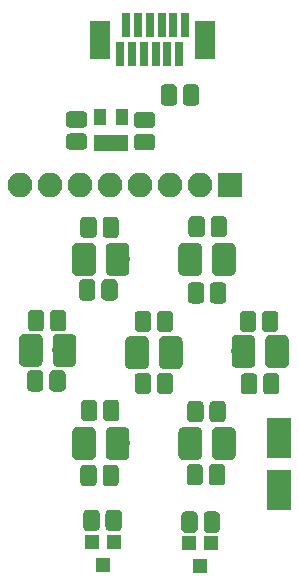
<source format=gbr>
G04 #@! TF.GenerationSoftware,KiCad,Pcbnew,(5.0.0)*
G04 #@! TF.CreationDate,2018-12-24T10:33:18-05:00*
G04 #@! TF.ProjectId,uv_pcb,75765F7063622E6B696361645F706362,rev?*
G04 #@! TF.SameCoordinates,Original*
G04 #@! TF.FileFunction,Soldermask,Top*
G04 #@! TF.FilePolarity,Negative*
%FSLAX46Y46*%
G04 Gerber Fmt 4.6, Leading zero omitted, Abs format (unit mm)*
G04 Created by KiCad (PCBNEW (5.0.0)) date 12/24/18 10:33:18*
%MOMM*%
%LPD*%
G01*
G04 APERTURE LIST*
%ADD10C,0.100000*%
%ADD11C,2.000000*%
%ADD12C,1.375000*%
%ADD13R,1.800000X3.300000*%
%ADD14R,0.800000X2.000000*%
%ADD15R,1.200000X1.300000*%
%ADD16R,2.000000X3.400000*%
%ADD17R,2.100000X2.100000*%
%ADD18O,2.100000X2.100000*%
%ADD19R,1.050000X1.460000*%
G04 APERTURE END LIST*
D10*
G04 #@! TO.C,D2*
G36*
X115474520Y-74302138D02*
X115517620Y-74308531D01*
X115559886Y-74319118D01*
X115600911Y-74333797D01*
X115640300Y-74352427D01*
X115677673Y-74374827D01*
X115712671Y-74400783D01*
X115744955Y-74430045D01*
X115774217Y-74462329D01*
X115800173Y-74497327D01*
X115822573Y-74534700D01*
X115841203Y-74574089D01*
X115855882Y-74615114D01*
X115866469Y-74657380D01*
X115872862Y-74700480D01*
X115875000Y-74744000D01*
X115875000Y-76656000D01*
X115872862Y-76699520D01*
X115866469Y-76742620D01*
X115855882Y-76784886D01*
X115841203Y-76825911D01*
X115822573Y-76865300D01*
X115800173Y-76902673D01*
X115774217Y-76937671D01*
X115744955Y-76969955D01*
X115712671Y-76999217D01*
X115677673Y-77025173D01*
X115640300Y-77047573D01*
X115600911Y-77066203D01*
X115559886Y-77080882D01*
X115517620Y-77091469D01*
X115474520Y-77097862D01*
X115431000Y-77100000D01*
X114319000Y-77100000D01*
X114275480Y-77097862D01*
X114232380Y-77091469D01*
X114190114Y-77080882D01*
X114149089Y-77066203D01*
X114109700Y-77047573D01*
X114072327Y-77025173D01*
X114037329Y-76999217D01*
X114005045Y-76969955D01*
X113975783Y-76937671D01*
X113949827Y-76902673D01*
X113927427Y-76865300D01*
X113908797Y-76825911D01*
X113894118Y-76784886D01*
X113883531Y-76742620D01*
X113877138Y-76699520D01*
X113875000Y-76656000D01*
X113875000Y-74744000D01*
X113877138Y-74700480D01*
X113883531Y-74657380D01*
X113894118Y-74615114D01*
X113908797Y-74574089D01*
X113927427Y-74534700D01*
X113949827Y-74497327D01*
X113975783Y-74462329D01*
X114005045Y-74430045D01*
X114037329Y-74400783D01*
X114072327Y-74374827D01*
X114109700Y-74352427D01*
X114149089Y-74333797D01*
X114190114Y-74319118D01*
X114232380Y-74308531D01*
X114275480Y-74302138D01*
X114319000Y-74300000D01*
X115431000Y-74300000D01*
X115474520Y-74302138D01*
X115474520Y-74302138D01*
G37*
D11*
X114875000Y-75700000D03*
D10*
G36*
X118324520Y-74302138D02*
X118367620Y-74308531D01*
X118409886Y-74319118D01*
X118450911Y-74333797D01*
X118490300Y-74352427D01*
X118527673Y-74374827D01*
X118562671Y-74400783D01*
X118594955Y-74430045D01*
X118624217Y-74462329D01*
X118650173Y-74497327D01*
X118672573Y-74534700D01*
X118691203Y-74574089D01*
X118705882Y-74615114D01*
X118716469Y-74657380D01*
X118722862Y-74700480D01*
X118725000Y-74744000D01*
X118725000Y-76656000D01*
X118722862Y-76699520D01*
X118716469Y-76742620D01*
X118705882Y-76784886D01*
X118691203Y-76825911D01*
X118672573Y-76865300D01*
X118650173Y-76902673D01*
X118624217Y-76937671D01*
X118594955Y-76969955D01*
X118562671Y-76999217D01*
X118527673Y-77025173D01*
X118490300Y-77047573D01*
X118450911Y-77066203D01*
X118409886Y-77080882D01*
X118367620Y-77091469D01*
X118324520Y-77097862D01*
X118281000Y-77100000D01*
X117169000Y-77100000D01*
X117125480Y-77097862D01*
X117082380Y-77091469D01*
X117040114Y-77080882D01*
X116999089Y-77066203D01*
X116959700Y-77047573D01*
X116922327Y-77025173D01*
X116887329Y-76999217D01*
X116855045Y-76969955D01*
X116825783Y-76937671D01*
X116799827Y-76902673D01*
X116777427Y-76865300D01*
X116758797Y-76825911D01*
X116744118Y-76784886D01*
X116733531Y-76742620D01*
X116727138Y-76699520D01*
X116725000Y-76656000D01*
X116725000Y-74744000D01*
X116727138Y-74700480D01*
X116733531Y-74657380D01*
X116744118Y-74615114D01*
X116758797Y-74574089D01*
X116777427Y-74534700D01*
X116799827Y-74497327D01*
X116825783Y-74462329D01*
X116855045Y-74430045D01*
X116887329Y-74400783D01*
X116922327Y-74374827D01*
X116959700Y-74352427D01*
X116999089Y-74333797D01*
X117040114Y-74319118D01*
X117082380Y-74308531D01*
X117125480Y-74302138D01*
X117169000Y-74300000D01*
X118281000Y-74300000D01*
X118324520Y-74302138D01*
X118324520Y-74302138D01*
G37*
D11*
X117725000Y-75700000D03*
G04 #@! TD*
D10*
G04 #@! TO.C,D1*
G36*
X113824520Y-82202138D02*
X113867620Y-82208531D01*
X113909886Y-82219118D01*
X113950911Y-82233797D01*
X113990300Y-82252427D01*
X114027673Y-82274827D01*
X114062671Y-82300783D01*
X114094955Y-82330045D01*
X114124217Y-82362329D01*
X114150173Y-82397327D01*
X114172573Y-82434700D01*
X114191203Y-82474089D01*
X114205882Y-82515114D01*
X114216469Y-82557380D01*
X114222862Y-82600480D01*
X114225000Y-82644000D01*
X114225000Y-84556000D01*
X114222862Y-84599520D01*
X114216469Y-84642620D01*
X114205882Y-84684886D01*
X114191203Y-84725911D01*
X114172573Y-84765300D01*
X114150173Y-84802673D01*
X114124217Y-84837671D01*
X114094955Y-84869955D01*
X114062671Y-84899217D01*
X114027673Y-84925173D01*
X113990300Y-84947573D01*
X113950911Y-84966203D01*
X113909886Y-84980882D01*
X113867620Y-84991469D01*
X113824520Y-84997862D01*
X113781000Y-85000000D01*
X112669000Y-85000000D01*
X112625480Y-84997862D01*
X112582380Y-84991469D01*
X112540114Y-84980882D01*
X112499089Y-84966203D01*
X112459700Y-84947573D01*
X112422327Y-84925173D01*
X112387329Y-84899217D01*
X112355045Y-84869955D01*
X112325783Y-84837671D01*
X112299827Y-84802673D01*
X112277427Y-84765300D01*
X112258797Y-84725911D01*
X112244118Y-84684886D01*
X112233531Y-84642620D01*
X112227138Y-84599520D01*
X112225000Y-84556000D01*
X112225000Y-82644000D01*
X112227138Y-82600480D01*
X112233531Y-82557380D01*
X112244118Y-82515114D01*
X112258797Y-82474089D01*
X112277427Y-82434700D01*
X112299827Y-82397327D01*
X112325783Y-82362329D01*
X112355045Y-82330045D01*
X112387329Y-82300783D01*
X112422327Y-82274827D01*
X112459700Y-82252427D01*
X112499089Y-82233797D01*
X112540114Y-82219118D01*
X112582380Y-82208531D01*
X112625480Y-82202138D01*
X112669000Y-82200000D01*
X113781000Y-82200000D01*
X113824520Y-82202138D01*
X113824520Y-82202138D01*
G37*
D11*
X113225000Y-83600000D03*
D10*
G36*
X110974520Y-82202138D02*
X111017620Y-82208531D01*
X111059886Y-82219118D01*
X111100911Y-82233797D01*
X111140300Y-82252427D01*
X111177673Y-82274827D01*
X111212671Y-82300783D01*
X111244955Y-82330045D01*
X111274217Y-82362329D01*
X111300173Y-82397327D01*
X111322573Y-82434700D01*
X111341203Y-82474089D01*
X111355882Y-82515114D01*
X111366469Y-82557380D01*
X111372862Y-82600480D01*
X111375000Y-82644000D01*
X111375000Y-84556000D01*
X111372862Y-84599520D01*
X111366469Y-84642620D01*
X111355882Y-84684886D01*
X111341203Y-84725911D01*
X111322573Y-84765300D01*
X111300173Y-84802673D01*
X111274217Y-84837671D01*
X111244955Y-84869955D01*
X111212671Y-84899217D01*
X111177673Y-84925173D01*
X111140300Y-84947573D01*
X111100911Y-84966203D01*
X111059886Y-84980882D01*
X111017620Y-84991469D01*
X110974520Y-84997862D01*
X110931000Y-85000000D01*
X109819000Y-85000000D01*
X109775480Y-84997862D01*
X109732380Y-84991469D01*
X109690114Y-84980882D01*
X109649089Y-84966203D01*
X109609700Y-84947573D01*
X109572327Y-84925173D01*
X109537329Y-84899217D01*
X109505045Y-84869955D01*
X109475783Y-84837671D01*
X109449827Y-84802673D01*
X109427427Y-84765300D01*
X109408797Y-84725911D01*
X109394118Y-84684886D01*
X109383531Y-84642620D01*
X109377138Y-84599520D01*
X109375000Y-84556000D01*
X109375000Y-82644000D01*
X109377138Y-82600480D01*
X109383531Y-82557380D01*
X109394118Y-82515114D01*
X109408797Y-82474089D01*
X109427427Y-82434700D01*
X109449827Y-82397327D01*
X109475783Y-82362329D01*
X109505045Y-82330045D01*
X109537329Y-82300783D01*
X109572327Y-82274827D01*
X109609700Y-82252427D01*
X109649089Y-82233797D01*
X109690114Y-82219118D01*
X109732380Y-82208531D01*
X109775480Y-82202138D01*
X109819000Y-82200000D01*
X110931000Y-82200000D01*
X110974520Y-82202138D01*
X110974520Y-82202138D01*
G37*
D11*
X110375000Y-83600000D03*
G04 #@! TD*
D10*
G04 #@! TO.C,D6*
G36*
X101974520Y-82002138D02*
X102017620Y-82008531D01*
X102059886Y-82019118D01*
X102100911Y-82033797D01*
X102140300Y-82052427D01*
X102177673Y-82074827D01*
X102212671Y-82100783D01*
X102244955Y-82130045D01*
X102274217Y-82162329D01*
X102300173Y-82197327D01*
X102322573Y-82234700D01*
X102341203Y-82274089D01*
X102355882Y-82315114D01*
X102366469Y-82357380D01*
X102372862Y-82400480D01*
X102375000Y-82444000D01*
X102375000Y-84356000D01*
X102372862Y-84399520D01*
X102366469Y-84442620D01*
X102355882Y-84484886D01*
X102341203Y-84525911D01*
X102322573Y-84565300D01*
X102300173Y-84602673D01*
X102274217Y-84637671D01*
X102244955Y-84669955D01*
X102212671Y-84699217D01*
X102177673Y-84725173D01*
X102140300Y-84747573D01*
X102100911Y-84766203D01*
X102059886Y-84780882D01*
X102017620Y-84791469D01*
X101974520Y-84797862D01*
X101931000Y-84800000D01*
X100819000Y-84800000D01*
X100775480Y-84797862D01*
X100732380Y-84791469D01*
X100690114Y-84780882D01*
X100649089Y-84766203D01*
X100609700Y-84747573D01*
X100572327Y-84725173D01*
X100537329Y-84699217D01*
X100505045Y-84669955D01*
X100475783Y-84637671D01*
X100449827Y-84602673D01*
X100427427Y-84565300D01*
X100408797Y-84525911D01*
X100394118Y-84484886D01*
X100383531Y-84442620D01*
X100377138Y-84399520D01*
X100375000Y-84356000D01*
X100375000Y-82444000D01*
X100377138Y-82400480D01*
X100383531Y-82357380D01*
X100394118Y-82315114D01*
X100408797Y-82274089D01*
X100427427Y-82234700D01*
X100449827Y-82197327D01*
X100475783Y-82162329D01*
X100505045Y-82130045D01*
X100537329Y-82100783D01*
X100572327Y-82074827D01*
X100609700Y-82052427D01*
X100649089Y-82033797D01*
X100690114Y-82019118D01*
X100732380Y-82008531D01*
X100775480Y-82002138D01*
X100819000Y-82000000D01*
X101931000Y-82000000D01*
X101974520Y-82002138D01*
X101974520Y-82002138D01*
G37*
D11*
X101375000Y-83400000D03*
D10*
G36*
X104824520Y-82002138D02*
X104867620Y-82008531D01*
X104909886Y-82019118D01*
X104950911Y-82033797D01*
X104990300Y-82052427D01*
X105027673Y-82074827D01*
X105062671Y-82100783D01*
X105094955Y-82130045D01*
X105124217Y-82162329D01*
X105150173Y-82197327D01*
X105172573Y-82234700D01*
X105191203Y-82274089D01*
X105205882Y-82315114D01*
X105216469Y-82357380D01*
X105222862Y-82400480D01*
X105225000Y-82444000D01*
X105225000Y-84356000D01*
X105222862Y-84399520D01*
X105216469Y-84442620D01*
X105205882Y-84484886D01*
X105191203Y-84525911D01*
X105172573Y-84565300D01*
X105150173Y-84602673D01*
X105124217Y-84637671D01*
X105094955Y-84669955D01*
X105062671Y-84699217D01*
X105027673Y-84725173D01*
X104990300Y-84747573D01*
X104950911Y-84766203D01*
X104909886Y-84780882D01*
X104867620Y-84791469D01*
X104824520Y-84797862D01*
X104781000Y-84800000D01*
X103669000Y-84800000D01*
X103625480Y-84797862D01*
X103582380Y-84791469D01*
X103540114Y-84780882D01*
X103499089Y-84766203D01*
X103459700Y-84747573D01*
X103422327Y-84725173D01*
X103387329Y-84699217D01*
X103355045Y-84669955D01*
X103325783Y-84637671D01*
X103299827Y-84602673D01*
X103277427Y-84565300D01*
X103258797Y-84525911D01*
X103244118Y-84484886D01*
X103233531Y-84442620D01*
X103227138Y-84399520D01*
X103225000Y-84356000D01*
X103225000Y-82444000D01*
X103227138Y-82400480D01*
X103233531Y-82357380D01*
X103244118Y-82315114D01*
X103258797Y-82274089D01*
X103277427Y-82234700D01*
X103299827Y-82197327D01*
X103325783Y-82162329D01*
X103355045Y-82130045D01*
X103387329Y-82100783D01*
X103422327Y-82074827D01*
X103459700Y-82052427D01*
X103499089Y-82033797D01*
X103540114Y-82019118D01*
X103582380Y-82008531D01*
X103625480Y-82002138D01*
X103669000Y-82000000D01*
X104781000Y-82000000D01*
X104824520Y-82002138D01*
X104824520Y-82002138D01*
G37*
D11*
X104225000Y-83400000D03*
G04 #@! TD*
D10*
G04 #@! TO.C,D5*
G36*
X109324520Y-89902138D02*
X109367620Y-89908531D01*
X109409886Y-89919118D01*
X109450911Y-89933797D01*
X109490300Y-89952427D01*
X109527673Y-89974827D01*
X109562671Y-90000783D01*
X109594955Y-90030045D01*
X109624217Y-90062329D01*
X109650173Y-90097327D01*
X109672573Y-90134700D01*
X109691203Y-90174089D01*
X109705882Y-90215114D01*
X109716469Y-90257380D01*
X109722862Y-90300480D01*
X109725000Y-90344000D01*
X109725000Y-92256000D01*
X109722862Y-92299520D01*
X109716469Y-92342620D01*
X109705882Y-92384886D01*
X109691203Y-92425911D01*
X109672573Y-92465300D01*
X109650173Y-92502673D01*
X109624217Y-92537671D01*
X109594955Y-92569955D01*
X109562671Y-92599217D01*
X109527673Y-92625173D01*
X109490300Y-92647573D01*
X109450911Y-92666203D01*
X109409886Y-92680882D01*
X109367620Y-92691469D01*
X109324520Y-92697862D01*
X109281000Y-92700000D01*
X108169000Y-92700000D01*
X108125480Y-92697862D01*
X108082380Y-92691469D01*
X108040114Y-92680882D01*
X107999089Y-92666203D01*
X107959700Y-92647573D01*
X107922327Y-92625173D01*
X107887329Y-92599217D01*
X107855045Y-92569955D01*
X107825783Y-92537671D01*
X107799827Y-92502673D01*
X107777427Y-92465300D01*
X107758797Y-92425911D01*
X107744118Y-92384886D01*
X107733531Y-92342620D01*
X107727138Y-92299520D01*
X107725000Y-92256000D01*
X107725000Y-90344000D01*
X107727138Y-90300480D01*
X107733531Y-90257380D01*
X107744118Y-90215114D01*
X107758797Y-90174089D01*
X107777427Y-90134700D01*
X107799827Y-90097327D01*
X107825783Y-90062329D01*
X107855045Y-90030045D01*
X107887329Y-90000783D01*
X107922327Y-89974827D01*
X107959700Y-89952427D01*
X107999089Y-89933797D01*
X108040114Y-89919118D01*
X108082380Y-89908531D01*
X108125480Y-89902138D01*
X108169000Y-89900000D01*
X109281000Y-89900000D01*
X109324520Y-89902138D01*
X109324520Y-89902138D01*
G37*
D11*
X108725000Y-91300000D03*
D10*
G36*
X106474520Y-89902138D02*
X106517620Y-89908531D01*
X106559886Y-89919118D01*
X106600911Y-89933797D01*
X106640300Y-89952427D01*
X106677673Y-89974827D01*
X106712671Y-90000783D01*
X106744955Y-90030045D01*
X106774217Y-90062329D01*
X106800173Y-90097327D01*
X106822573Y-90134700D01*
X106841203Y-90174089D01*
X106855882Y-90215114D01*
X106866469Y-90257380D01*
X106872862Y-90300480D01*
X106875000Y-90344000D01*
X106875000Y-92256000D01*
X106872862Y-92299520D01*
X106866469Y-92342620D01*
X106855882Y-92384886D01*
X106841203Y-92425911D01*
X106822573Y-92465300D01*
X106800173Y-92502673D01*
X106774217Y-92537671D01*
X106744955Y-92569955D01*
X106712671Y-92599217D01*
X106677673Y-92625173D01*
X106640300Y-92647573D01*
X106600911Y-92666203D01*
X106559886Y-92680882D01*
X106517620Y-92691469D01*
X106474520Y-92697862D01*
X106431000Y-92700000D01*
X105319000Y-92700000D01*
X105275480Y-92697862D01*
X105232380Y-92691469D01*
X105190114Y-92680882D01*
X105149089Y-92666203D01*
X105109700Y-92647573D01*
X105072327Y-92625173D01*
X105037329Y-92599217D01*
X105005045Y-92569955D01*
X104975783Y-92537671D01*
X104949827Y-92502673D01*
X104927427Y-92465300D01*
X104908797Y-92425911D01*
X104894118Y-92384886D01*
X104883531Y-92342620D01*
X104877138Y-92299520D01*
X104875000Y-92256000D01*
X104875000Y-90344000D01*
X104877138Y-90300480D01*
X104883531Y-90257380D01*
X104894118Y-90215114D01*
X104908797Y-90174089D01*
X104927427Y-90134700D01*
X104949827Y-90097327D01*
X104975783Y-90062329D01*
X105005045Y-90030045D01*
X105037329Y-90000783D01*
X105072327Y-89974827D01*
X105109700Y-89952427D01*
X105149089Y-89933797D01*
X105190114Y-89919118D01*
X105232380Y-89908531D01*
X105275480Y-89902138D01*
X105319000Y-89900000D01*
X106431000Y-89900000D01*
X106474520Y-89902138D01*
X106474520Y-89902138D01*
G37*
D11*
X105875000Y-91300000D03*
G04 #@! TD*
D10*
G04 #@! TO.C,D4*
G36*
X115474520Y-89902138D02*
X115517620Y-89908531D01*
X115559886Y-89919118D01*
X115600911Y-89933797D01*
X115640300Y-89952427D01*
X115677673Y-89974827D01*
X115712671Y-90000783D01*
X115744955Y-90030045D01*
X115774217Y-90062329D01*
X115800173Y-90097327D01*
X115822573Y-90134700D01*
X115841203Y-90174089D01*
X115855882Y-90215114D01*
X115866469Y-90257380D01*
X115872862Y-90300480D01*
X115875000Y-90344000D01*
X115875000Y-92256000D01*
X115872862Y-92299520D01*
X115866469Y-92342620D01*
X115855882Y-92384886D01*
X115841203Y-92425911D01*
X115822573Y-92465300D01*
X115800173Y-92502673D01*
X115774217Y-92537671D01*
X115744955Y-92569955D01*
X115712671Y-92599217D01*
X115677673Y-92625173D01*
X115640300Y-92647573D01*
X115600911Y-92666203D01*
X115559886Y-92680882D01*
X115517620Y-92691469D01*
X115474520Y-92697862D01*
X115431000Y-92700000D01*
X114319000Y-92700000D01*
X114275480Y-92697862D01*
X114232380Y-92691469D01*
X114190114Y-92680882D01*
X114149089Y-92666203D01*
X114109700Y-92647573D01*
X114072327Y-92625173D01*
X114037329Y-92599217D01*
X114005045Y-92569955D01*
X113975783Y-92537671D01*
X113949827Y-92502673D01*
X113927427Y-92465300D01*
X113908797Y-92425911D01*
X113894118Y-92384886D01*
X113883531Y-92342620D01*
X113877138Y-92299520D01*
X113875000Y-92256000D01*
X113875000Y-90344000D01*
X113877138Y-90300480D01*
X113883531Y-90257380D01*
X113894118Y-90215114D01*
X113908797Y-90174089D01*
X113927427Y-90134700D01*
X113949827Y-90097327D01*
X113975783Y-90062329D01*
X114005045Y-90030045D01*
X114037329Y-90000783D01*
X114072327Y-89974827D01*
X114109700Y-89952427D01*
X114149089Y-89933797D01*
X114190114Y-89919118D01*
X114232380Y-89908531D01*
X114275480Y-89902138D01*
X114319000Y-89900000D01*
X115431000Y-89900000D01*
X115474520Y-89902138D01*
X115474520Y-89902138D01*
G37*
D11*
X114875000Y-91300000D03*
D10*
G36*
X118324520Y-89902138D02*
X118367620Y-89908531D01*
X118409886Y-89919118D01*
X118450911Y-89933797D01*
X118490300Y-89952427D01*
X118527673Y-89974827D01*
X118562671Y-90000783D01*
X118594955Y-90030045D01*
X118624217Y-90062329D01*
X118650173Y-90097327D01*
X118672573Y-90134700D01*
X118691203Y-90174089D01*
X118705882Y-90215114D01*
X118716469Y-90257380D01*
X118722862Y-90300480D01*
X118725000Y-90344000D01*
X118725000Y-92256000D01*
X118722862Y-92299520D01*
X118716469Y-92342620D01*
X118705882Y-92384886D01*
X118691203Y-92425911D01*
X118672573Y-92465300D01*
X118650173Y-92502673D01*
X118624217Y-92537671D01*
X118594955Y-92569955D01*
X118562671Y-92599217D01*
X118527673Y-92625173D01*
X118490300Y-92647573D01*
X118450911Y-92666203D01*
X118409886Y-92680882D01*
X118367620Y-92691469D01*
X118324520Y-92697862D01*
X118281000Y-92700000D01*
X117169000Y-92700000D01*
X117125480Y-92697862D01*
X117082380Y-92691469D01*
X117040114Y-92680882D01*
X116999089Y-92666203D01*
X116959700Y-92647573D01*
X116922327Y-92625173D01*
X116887329Y-92599217D01*
X116855045Y-92569955D01*
X116825783Y-92537671D01*
X116799827Y-92502673D01*
X116777427Y-92465300D01*
X116758797Y-92425911D01*
X116744118Y-92384886D01*
X116733531Y-92342620D01*
X116727138Y-92299520D01*
X116725000Y-92256000D01*
X116725000Y-90344000D01*
X116727138Y-90300480D01*
X116733531Y-90257380D01*
X116744118Y-90215114D01*
X116758797Y-90174089D01*
X116777427Y-90134700D01*
X116799827Y-90097327D01*
X116825783Y-90062329D01*
X116855045Y-90030045D01*
X116887329Y-90000783D01*
X116922327Y-89974827D01*
X116959700Y-89952427D01*
X116999089Y-89933797D01*
X117040114Y-89919118D01*
X117082380Y-89908531D01*
X117125480Y-89902138D01*
X117169000Y-89900000D01*
X118281000Y-89900000D01*
X118324520Y-89902138D01*
X118324520Y-89902138D01*
G37*
D11*
X117725000Y-91300000D03*
G04 #@! TD*
D10*
G04 #@! TO.C,D3*
G36*
X122824520Y-82102138D02*
X122867620Y-82108531D01*
X122909886Y-82119118D01*
X122950911Y-82133797D01*
X122990300Y-82152427D01*
X123027673Y-82174827D01*
X123062671Y-82200783D01*
X123094955Y-82230045D01*
X123124217Y-82262329D01*
X123150173Y-82297327D01*
X123172573Y-82334700D01*
X123191203Y-82374089D01*
X123205882Y-82415114D01*
X123216469Y-82457380D01*
X123222862Y-82500480D01*
X123225000Y-82544000D01*
X123225000Y-84456000D01*
X123222862Y-84499520D01*
X123216469Y-84542620D01*
X123205882Y-84584886D01*
X123191203Y-84625911D01*
X123172573Y-84665300D01*
X123150173Y-84702673D01*
X123124217Y-84737671D01*
X123094955Y-84769955D01*
X123062671Y-84799217D01*
X123027673Y-84825173D01*
X122990300Y-84847573D01*
X122950911Y-84866203D01*
X122909886Y-84880882D01*
X122867620Y-84891469D01*
X122824520Y-84897862D01*
X122781000Y-84900000D01*
X121669000Y-84900000D01*
X121625480Y-84897862D01*
X121582380Y-84891469D01*
X121540114Y-84880882D01*
X121499089Y-84866203D01*
X121459700Y-84847573D01*
X121422327Y-84825173D01*
X121387329Y-84799217D01*
X121355045Y-84769955D01*
X121325783Y-84737671D01*
X121299827Y-84702673D01*
X121277427Y-84665300D01*
X121258797Y-84625911D01*
X121244118Y-84584886D01*
X121233531Y-84542620D01*
X121227138Y-84499520D01*
X121225000Y-84456000D01*
X121225000Y-82544000D01*
X121227138Y-82500480D01*
X121233531Y-82457380D01*
X121244118Y-82415114D01*
X121258797Y-82374089D01*
X121277427Y-82334700D01*
X121299827Y-82297327D01*
X121325783Y-82262329D01*
X121355045Y-82230045D01*
X121387329Y-82200783D01*
X121422327Y-82174827D01*
X121459700Y-82152427D01*
X121499089Y-82133797D01*
X121540114Y-82119118D01*
X121582380Y-82108531D01*
X121625480Y-82102138D01*
X121669000Y-82100000D01*
X122781000Y-82100000D01*
X122824520Y-82102138D01*
X122824520Y-82102138D01*
G37*
D11*
X122225000Y-83500000D03*
D10*
G36*
X119974520Y-82102138D02*
X120017620Y-82108531D01*
X120059886Y-82119118D01*
X120100911Y-82133797D01*
X120140300Y-82152427D01*
X120177673Y-82174827D01*
X120212671Y-82200783D01*
X120244955Y-82230045D01*
X120274217Y-82262329D01*
X120300173Y-82297327D01*
X120322573Y-82334700D01*
X120341203Y-82374089D01*
X120355882Y-82415114D01*
X120366469Y-82457380D01*
X120372862Y-82500480D01*
X120375000Y-82544000D01*
X120375000Y-84456000D01*
X120372862Y-84499520D01*
X120366469Y-84542620D01*
X120355882Y-84584886D01*
X120341203Y-84625911D01*
X120322573Y-84665300D01*
X120300173Y-84702673D01*
X120274217Y-84737671D01*
X120244955Y-84769955D01*
X120212671Y-84799217D01*
X120177673Y-84825173D01*
X120140300Y-84847573D01*
X120100911Y-84866203D01*
X120059886Y-84880882D01*
X120017620Y-84891469D01*
X119974520Y-84897862D01*
X119931000Y-84900000D01*
X118819000Y-84900000D01*
X118775480Y-84897862D01*
X118732380Y-84891469D01*
X118690114Y-84880882D01*
X118649089Y-84866203D01*
X118609700Y-84847573D01*
X118572327Y-84825173D01*
X118537329Y-84799217D01*
X118505045Y-84769955D01*
X118475783Y-84737671D01*
X118449827Y-84702673D01*
X118427427Y-84665300D01*
X118408797Y-84625911D01*
X118394118Y-84584886D01*
X118383531Y-84542620D01*
X118377138Y-84499520D01*
X118375000Y-84456000D01*
X118375000Y-82544000D01*
X118377138Y-82500480D01*
X118383531Y-82457380D01*
X118394118Y-82415114D01*
X118408797Y-82374089D01*
X118427427Y-82334700D01*
X118449827Y-82297327D01*
X118475783Y-82262329D01*
X118505045Y-82230045D01*
X118537329Y-82200783D01*
X118572327Y-82174827D01*
X118609700Y-82152427D01*
X118649089Y-82133797D01*
X118690114Y-82119118D01*
X118732380Y-82108531D01*
X118775480Y-82102138D01*
X118819000Y-82100000D01*
X119931000Y-82100000D01*
X119974520Y-82102138D01*
X119974520Y-82102138D01*
G37*
D11*
X119375000Y-83500000D03*
G04 #@! TD*
D10*
G04 #@! TO.C,D7*
G36*
X106474520Y-74302138D02*
X106517620Y-74308531D01*
X106559886Y-74319118D01*
X106600911Y-74333797D01*
X106640300Y-74352427D01*
X106677673Y-74374827D01*
X106712671Y-74400783D01*
X106744955Y-74430045D01*
X106774217Y-74462329D01*
X106800173Y-74497327D01*
X106822573Y-74534700D01*
X106841203Y-74574089D01*
X106855882Y-74615114D01*
X106866469Y-74657380D01*
X106872862Y-74700480D01*
X106875000Y-74744000D01*
X106875000Y-76656000D01*
X106872862Y-76699520D01*
X106866469Y-76742620D01*
X106855882Y-76784886D01*
X106841203Y-76825911D01*
X106822573Y-76865300D01*
X106800173Y-76902673D01*
X106774217Y-76937671D01*
X106744955Y-76969955D01*
X106712671Y-76999217D01*
X106677673Y-77025173D01*
X106640300Y-77047573D01*
X106600911Y-77066203D01*
X106559886Y-77080882D01*
X106517620Y-77091469D01*
X106474520Y-77097862D01*
X106431000Y-77100000D01*
X105319000Y-77100000D01*
X105275480Y-77097862D01*
X105232380Y-77091469D01*
X105190114Y-77080882D01*
X105149089Y-77066203D01*
X105109700Y-77047573D01*
X105072327Y-77025173D01*
X105037329Y-76999217D01*
X105005045Y-76969955D01*
X104975783Y-76937671D01*
X104949827Y-76902673D01*
X104927427Y-76865300D01*
X104908797Y-76825911D01*
X104894118Y-76784886D01*
X104883531Y-76742620D01*
X104877138Y-76699520D01*
X104875000Y-76656000D01*
X104875000Y-74744000D01*
X104877138Y-74700480D01*
X104883531Y-74657380D01*
X104894118Y-74615114D01*
X104908797Y-74574089D01*
X104927427Y-74534700D01*
X104949827Y-74497327D01*
X104975783Y-74462329D01*
X105005045Y-74430045D01*
X105037329Y-74400783D01*
X105072327Y-74374827D01*
X105109700Y-74352427D01*
X105149089Y-74333797D01*
X105190114Y-74319118D01*
X105232380Y-74308531D01*
X105275480Y-74302138D01*
X105319000Y-74300000D01*
X106431000Y-74300000D01*
X106474520Y-74302138D01*
X106474520Y-74302138D01*
G37*
D11*
X105875000Y-75700000D03*
D10*
G36*
X109324520Y-74302138D02*
X109367620Y-74308531D01*
X109409886Y-74319118D01*
X109450911Y-74333797D01*
X109490300Y-74352427D01*
X109527673Y-74374827D01*
X109562671Y-74400783D01*
X109594955Y-74430045D01*
X109624217Y-74462329D01*
X109650173Y-74497327D01*
X109672573Y-74534700D01*
X109691203Y-74574089D01*
X109705882Y-74615114D01*
X109716469Y-74657380D01*
X109722862Y-74700480D01*
X109725000Y-74744000D01*
X109725000Y-76656000D01*
X109722862Y-76699520D01*
X109716469Y-76742620D01*
X109705882Y-76784886D01*
X109691203Y-76825911D01*
X109672573Y-76865300D01*
X109650173Y-76902673D01*
X109624217Y-76937671D01*
X109594955Y-76969955D01*
X109562671Y-76999217D01*
X109527673Y-77025173D01*
X109490300Y-77047573D01*
X109450911Y-77066203D01*
X109409886Y-77080882D01*
X109367620Y-77091469D01*
X109324520Y-77097862D01*
X109281000Y-77100000D01*
X108169000Y-77100000D01*
X108125480Y-77097862D01*
X108082380Y-77091469D01*
X108040114Y-77080882D01*
X107999089Y-77066203D01*
X107959700Y-77047573D01*
X107922327Y-77025173D01*
X107887329Y-76999217D01*
X107855045Y-76969955D01*
X107825783Y-76937671D01*
X107799827Y-76902673D01*
X107777427Y-76865300D01*
X107758797Y-76825911D01*
X107744118Y-76784886D01*
X107733531Y-76742620D01*
X107727138Y-76699520D01*
X107725000Y-76656000D01*
X107725000Y-74744000D01*
X107727138Y-74700480D01*
X107733531Y-74657380D01*
X107744118Y-74615114D01*
X107758797Y-74574089D01*
X107777427Y-74534700D01*
X107799827Y-74497327D01*
X107825783Y-74462329D01*
X107855045Y-74430045D01*
X107887329Y-74400783D01*
X107922327Y-74374827D01*
X107959700Y-74352427D01*
X107999089Y-74333797D01*
X108040114Y-74319118D01*
X108082380Y-74308531D01*
X108125480Y-74302138D01*
X108169000Y-74300000D01*
X109281000Y-74300000D01*
X109324520Y-74302138D01*
X109324520Y-74302138D01*
G37*
D11*
X108725000Y-75700000D03*
G04 #@! TD*
D10*
G04 #@! TO.C,C4*
G36*
X113439943Y-60901655D02*
X113473312Y-60906605D01*
X113506035Y-60914802D01*
X113537797Y-60926166D01*
X113568293Y-60940590D01*
X113597227Y-60957932D01*
X113624323Y-60978028D01*
X113649318Y-61000682D01*
X113671972Y-61025677D01*
X113692068Y-61052773D01*
X113709410Y-61081707D01*
X113723834Y-61112203D01*
X113735198Y-61143965D01*
X113743395Y-61176688D01*
X113748345Y-61210057D01*
X113750000Y-61243750D01*
X113750000Y-62356250D01*
X113748345Y-62389943D01*
X113743395Y-62423312D01*
X113735198Y-62456035D01*
X113723834Y-62487797D01*
X113709410Y-62518293D01*
X113692068Y-62547227D01*
X113671972Y-62574323D01*
X113649318Y-62599318D01*
X113624323Y-62621972D01*
X113597227Y-62642068D01*
X113568293Y-62659410D01*
X113537797Y-62673834D01*
X113506035Y-62685198D01*
X113473312Y-62693395D01*
X113439943Y-62698345D01*
X113406250Y-62700000D01*
X112718750Y-62700000D01*
X112685057Y-62698345D01*
X112651688Y-62693395D01*
X112618965Y-62685198D01*
X112587203Y-62673834D01*
X112556707Y-62659410D01*
X112527773Y-62642068D01*
X112500677Y-62621972D01*
X112475682Y-62599318D01*
X112453028Y-62574323D01*
X112432932Y-62547227D01*
X112415590Y-62518293D01*
X112401166Y-62487797D01*
X112389802Y-62456035D01*
X112381605Y-62423312D01*
X112376655Y-62389943D01*
X112375000Y-62356250D01*
X112375000Y-61243750D01*
X112376655Y-61210057D01*
X112381605Y-61176688D01*
X112389802Y-61143965D01*
X112401166Y-61112203D01*
X112415590Y-61081707D01*
X112432932Y-61052773D01*
X112453028Y-61025677D01*
X112475682Y-61000682D01*
X112500677Y-60978028D01*
X112527773Y-60957932D01*
X112556707Y-60940590D01*
X112587203Y-60926166D01*
X112618965Y-60914802D01*
X112651688Y-60906605D01*
X112685057Y-60901655D01*
X112718750Y-60900000D01*
X113406250Y-60900000D01*
X113439943Y-60901655D01*
X113439943Y-60901655D01*
G37*
D12*
X113062500Y-61800000D03*
D10*
G36*
X115314943Y-60901655D02*
X115348312Y-60906605D01*
X115381035Y-60914802D01*
X115412797Y-60926166D01*
X115443293Y-60940590D01*
X115472227Y-60957932D01*
X115499323Y-60978028D01*
X115524318Y-61000682D01*
X115546972Y-61025677D01*
X115567068Y-61052773D01*
X115584410Y-61081707D01*
X115598834Y-61112203D01*
X115610198Y-61143965D01*
X115618395Y-61176688D01*
X115623345Y-61210057D01*
X115625000Y-61243750D01*
X115625000Y-62356250D01*
X115623345Y-62389943D01*
X115618395Y-62423312D01*
X115610198Y-62456035D01*
X115598834Y-62487797D01*
X115584410Y-62518293D01*
X115567068Y-62547227D01*
X115546972Y-62574323D01*
X115524318Y-62599318D01*
X115499323Y-62621972D01*
X115472227Y-62642068D01*
X115443293Y-62659410D01*
X115412797Y-62673834D01*
X115381035Y-62685198D01*
X115348312Y-62693395D01*
X115314943Y-62698345D01*
X115281250Y-62700000D01*
X114593750Y-62700000D01*
X114560057Y-62698345D01*
X114526688Y-62693395D01*
X114493965Y-62685198D01*
X114462203Y-62673834D01*
X114431707Y-62659410D01*
X114402773Y-62642068D01*
X114375677Y-62621972D01*
X114350682Y-62599318D01*
X114328028Y-62574323D01*
X114307932Y-62547227D01*
X114290590Y-62518293D01*
X114276166Y-62487797D01*
X114264802Y-62456035D01*
X114256605Y-62423312D01*
X114251655Y-62389943D01*
X114250000Y-62356250D01*
X114250000Y-61243750D01*
X114251655Y-61210057D01*
X114256605Y-61176688D01*
X114264802Y-61143965D01*
X114276166Y-61112203D01*
X114290590Y-61081707D01*
X114307932Y-61052773D01*
X114328028Y-61025677D01*
X114350682Y-61000682D01*
X114375677Y-60978028D01*
X114402773Y-60957932D01*
X114431707Y-60940590D01*
X114462203Y-60926166D01*
X114493965Y-60914802D01*
X114526688Y-60906605D01*
X114560057Y-60901655D01*
X114593750Y-60900000D01*
X115281250Y-60900000D01*
X115314943Y-60901655D01*
X115314943Y-60901655D01*
G37*
D12*
X114937500Y-61800000D03*
G04 #@! TD*
D13*
G04 #@! TO.C,J1*
X107250000Y-57100000D03*
X116150000Y-57100000D03*
D14*
X108950000Y-58300000D03*
X109450000Y-55900000D03*
X109950000Y-58300000D03*
X110450000Y-55900000D03*
X110950000Y-58300000D03*
X111450000Y-55900000D03*
X111950000Y-58300000D03*
X112450000Y-55900000D03*
X112950000Y-58300000D03*
X113450000Y-55900000D03*
X113950000Y-58300000D03*
X114450000Y-55900000D03*
G04 #@! TD*
D15*
G04 #@! TO.C,Q1*
X115700000Y-101700000D03*
X114750000Y-99700000D03*
X116650000Y-99700000D03*
G04 #@! TD*
G04 #@! TO.C,Q2*
X108450000Y-99600000D03*
X106550000Y-99600000D03*
X107500000Y-101600000D03*
G04 #@! TD*
D10*
G04 #@! TO.C,R1*
G36*
X113114943Y-85301655D02*
X113148312Y-85306605D01*
X113181035Y-85314802D01*
X113212797Y-85326166D01*
X113243293Y-85340590D01*
X113272227Y-85357932D01*
X113299323Y-85378028D01*
X113324318Y-85400682D01*
X113346972Y-85425677D01*
X113367068Y-85452773D01*
X113384410Y-85481707D01*
X113398834Y-85512203D01*
X113410198Y-85543965D01*
X113418395Y-85576688D01*
X113423345Y-85610057D01*
X113425000Y-85643750D01*
X113425000Y-86756250D01*
X113423345Y-86789943D01*
X113418395Y-86823312D01*
X113410198Y-86856035D01*
X113398834Y-86887797D01*
X113384410Y-86918293D01*
X113367068Y-86947227D01*
X113346972Y-86974323D01*
X113324318Y-86999318D01*
X113299323Y-87021972D01*
X113272227Y-87042068D01*
X113243293Y-87059410D01*
X113212797Y-87073834D01*
X113181035Y-87085198D01*
X113148312Y-87093395D01*
X113114943Y-87098345D01*
X113081250Y-87100000D01*
X112393750Y-87100000D01*
X112360057Y-87098345D01*
X112326688Y-87093395D01*
X112293965Y-87085198D01*
X112262203Y-87073834D01*
X112231707Y-87059410D01*
X112202773Y-87042068D01*
X112175677Y-87021972D01*
X112150682Y-86999318D01*
X112128028Y-86974323D01*
X112107932Y-86947227D01*
X112090590Y-86918293D01*
X112076166Y-86887797D01*
X112064802Y-86856035D01*
X112056605Y-86823312D01*
X112051655Y-86789943D01*
X112050000Y-86756250D01*
X112050000Y-85643750D01*
X112051655Y-85610057D01*
X112056605Y-85576688D01*
X112064802Y-85543965D01*
X112076166Y-85512203D01*
X112090590Y-85481707D01*
X112107932Y-85452773D01*
X112128028Y-85425677D01*
X112150682Y-85400682D01*
X112175677Y-85378028D01*
X112202773Y-85357932D01*
X112231707Y-85340590D01*
X112262203Y-85326166D01*
X112293965Y-85314802D01*
X112326688Y-85306605D01*
X112360057Y-85301655D01*
X112393750Y-85300000D01*
X113081250Y-85300000D01*
X113114943Y-85301655D01*
X113114943Y-85301655D01*
G37*
D12*
X112737500Y-86200000D03*
D10*
G36*
X111239943Y-85301655D02*
X111273312Y-85306605D01*
X111306035Y-85314802D01*
X111337797Y-85326166D01*
X111368293Y-85340590D01*
X111397227Y-85357932D01*
X111424323Y-85378028D01*
X111449318Y-85400682D01*
X111471972Y-85425677D01*
X111492068Y-85452773D01*
X111509410Y-85481707D01*
X111523834Y-85512203D01*
X111535198Y-85543965D01*
X111543395Y-85576688D01*
X111548345Y-85610057D01*
X111550000Y-85643750D01*
X111550000Y-86756250D01*
X111548345Y-86789943D01*
X111543395Y-86823312D01*
X111535198Y-86856035D01*
X111523834Y-86887797D01*
X111509410Y-86918293D01*
X111492068Y-86947227D01*
X111471972Y-86974323D01*
X111449318Y-86999318D01*
X111424323Y-87021972D01*
X111397227Y-87042068D01*
X111368293Y-87059410D01*
X111337797Y-87073834D01*
X111306035Y-87085198D01*
X111273312Y-87093395D01*
X111239943Y-87098345D01*
X111206250Y-87100000D01*
X110518750Y-87100000D01*
X110485057Y-87098345D01*
X110451688Y-87093395D01*
X110418965Y-87085198D01*
X110387203Y-87073834D01*
X110356707Y-87059410D01*
X110327773Y-87042068D01*
X110300677Y-87021972D01*
X110275682Y-86999318D01*
X110253028Y-86974323D01*
X110232932Y-86947227D01*
X110215590Y-86918293D01*
X110201166Y-86887797D01*
X110189802Y-86856035D01*
X110181605Y-86823312D01*
X110176655Y-86789943D01*
X110175000Y-86756250D01*
X110175000Y-85643750D01*
X110176655Y-85610057D01*
X110181605Y-85576688D01*
X110189802Y-85543965D01*
X110201166Y-85512203D01*
X110215590Y-85481707D01*
X110232932Y-85452773D01*
X110253028Y-85425677D01*
X110275682Y-85400682D01*
X110300677Y-85378028D01*
X110327773Y-85357932D01*
X110356707Y-85340590D01*
X110387203Y-85326166D01*
X110418965Y-85314802D01*
X110451688Y-85306605D01*
X110485057Y-85301655D01*
X110518750Y-85300000D01*
X111206250Y-85300000D01*
X111239943Y-85301655D01*
X111239943Y-85301655D01*
G37*
D12*
X110862500Y-86200000D03*
G04 #@! TD*
D10*
G04 #@! TO.C,R2*
G36*
X117614943Y-77651655D02*
X117648312Y-77656605D01*
X117681035Y-77664802D01*
X117712797Y-77676166D01*
X117743293Y-77690590D01*
X117772227Y-77707932D01*
X117799323Y-77728028D01*
X117824318Y-77750682D01*
X117846972Y-77775677D01*
X117867068Y-77802773D01*
X117884410Y-77831707D01*
X117898834Y-77862203D01*
X117910198Y-77893965D01*
X117918395Y-77926688D01*
X117923345Y-77960057D01*
X117925000Y-77993750D01*
X117925000Y-79106250D01*
X117923345Y-79139943D01*
X117918395Y-79173312D01*
X117910198Y-79206035D01*
X117898834Y-79237797D01*
X117884410Y-79268293D01*
X117867068Y-79297227D01*
X117846972Y-79324323D01*
X117824318Y-79349318D01*
X117799323Y-79371972D01*
X117772227Y-79392068D01*
X117743293Y-79409410D01*
X117712797Y-79423834D01*
X117681035Y-79435198D01*
X117648312Y-79443395D01*
X117614943Y-79448345D01*
X117581250Y-79450000D01*
X116893750Y-79450000D01*
X116860057Y-79448345D01*
X116826688Y-79443395D01*
X116793965Y-79435198D01*
X116762203Y-79423834D01*
X116731707Y-79409410D01*
X116702773Y-79392068D01*
X116675677Y-79371972D01*
X116650682Y-79349318D01*
X116628028Y-79324323D01*
X116607932Y-79297227D01*
X116590590Y-79268293D01*
X116576166Y-79237797D01*
X116564802Y-79206035D01*
X116556605Y-79173312D01*
X116551655Y-79139943D01*
X116550000Y-79106250D01*
X116550000Y-77993750D01*
X116551655Y-77960057D01*
X116556605Y-77926688D01*
X116564802Y-77893965D01*
X116576166Y-77862203D01*
X116590590Y-77831707D01*
X116607932Y-77802773D01*
X116628028Y-77775677D01*
X116650682Y-77750682D01*
X116675677Y-77728028D01*
X116702773Y-77707932D01*
X116731707Y-77690590D01*
X116762203Y-77676166D01*
X116793965Y-77664802D01*
X116826688Y-77656605D01*
X116860057Y-77651655D01*
X116893750Y-77650000D01*
X117581250Y-77650000D01*
X117614943Y-77651655D01*
X117614943Y-77651655D01*
G37*
D12*
X117237500Y-78550000D03*
D10*
G36*
X115739943Y-77651655D02*
X115773312Y-77656605D01*
X115806035Y-77664802D01*
X115837797Y-77676166D01*
X115868293Y-77690590D01*
X115897227Y-77707932D01*
X115924323Y-77728028D01*
X115949318Y-77750682D01*
X115971972Y-77775677D01*
X115992068Y-77802773D01*
X116009410Y-77831707D01*
X116023834Y-77862203D01*
X116035198Y-77893965D01*
X116043395Y-77926688D01*
X116048345Y-77960057D01*
X116050000Y-77993750D01*
X116050000Y-79106250D01*
X116048345Y-79139943D01*
X116043395Y-79173312D01*
X116035198Y-79206035D01*
X116023834Y-79237797D01*
X116009410Y-79268293D01*
X115992068Y-79297227D01*
X115971972Y-79324323D01*
X115949318Y-79349318D01*
X115924323Y-79371972D01*
X115897227Y-79392068D01*
X115868293Y-79409410D01*
X115837797Y-79423834D01*
X115806035Y-79435198D01*
X115773312Y-79443395D01*
X115739943Y-79448345D01*
X115706250Y-79450000D01*
X115018750Y-79450000D01*
X114985057Y-79448345D01*
X114951688Y-79443395D01*
X114918965Y-79435198D01*
X114887203Y-79423834D01*
X114856707Y-79409410D01*
X114827773Y-79392068D01*
X114800677Y-79371972D01*
X114775682Y-79349318D01*
X114753028Y-79324323D01*
X114732932Y-79297227D01*
X114715590Y-79268293D01*
X114701166Y-79237797D01*
X114689802Y-79206035D01*
X114681605Y-79173312D01*
X114676655Y-79139943D01*
X114675000Y-79106250D01*
X114675000Y-77993750D01*
X114676655Y-77960057D01*
X114681605Y-77926688D01*
X114689802Y-77893965D01*
X114701166Y-77862203D01*
X114715590Y-77831707D01*
X114732932Y-77802773D01*
X114753028Y-77775677D01*
X114775682Y-77750682D01*
X114800677Y-77728028D01*
X114827773Y-77707932D01*
X114856707Y-77690590D01*
X114887203Y-77676166D01*
X114918965Y-77664802D01*
X114951688Y-77656605D01*
X114985057Y-77651655D01*
X115018750Y-77650000D01*
X115706250Y-77650000D01*
X115739943Y-77651655D01*
X115739943Y-77651655D01*
G37*
D12*
X115362500Y-78550000D03*
G04 #@! TD*
D10*
G04 #@! TO.C,R3*
G36*
X120239943Y-85351655D02*
X120273312Y-85356605D01*
X120306035Y-85364802D01*
X120337797Y-85376166D01*
X120368293Y-85390590D01*
X120397227Y-85407932D01*
X120424323Y-85428028D01*
X120449318Y-85450682D01*
X120471972Y-85475677D01*
X120492068Y-85502773D01*
X120509410Y-85531707D01*
X120523834Y-85562203D01*
X120535198Y-85593965D01*
X120543395Y-85626688D01*
X120548345Y-85660057D01*
X120550000Y-85693750D01*
X120550000Y-86806250D01*
X120548345Y-86839943D01*
X120543395Y-86873312D01*
X120535198Y-86906035D01*
X120523834Y-86937797D01*
X120509410Y-86968293D01*
X120492068Y-86997227D01*
X120471972Y-87024323D01*
X120449318Y-87049318D01*
X120424323Y-87071972D01*
X120397227Y-87092068D01*
X120368293Y-87109410D01*
X120337797Y-87123834D01*
X120306035Y-87135198D01*
X120273312Y-87143395D01*
X120239943Y-87148345D01*
X120206250Y-87150000D01*
X119518750Y-87150000D01*
X119485057Y-87148345D01*
X119451688Y-87143395D01*
X119418965Y-87135198D01*
X119387203Y-87123834D01*
X119356707Y-87109410D01*
X119327773Y-87092068D01*
X119300677Y-87071972D01*
X119275682Y-87049318D01*
X119253028Y-87024323D01*
X119232932Y-86997227D01*
X119215590Y-86968293D01*
X119201166Y-86937797D01*
X119189802Y-86906035D01*
X119181605Y-86873312D01*
X119176655Y-86839943D01*
X119175000Y-86806250D01*
X119175000Y-85693750D01*
X119176655Y-85660057D01*
X119181605Y-85626688D01*
X119189802Y-85593965D01*
X119201166Y-85562203D01*
X119215590Y-85531707D01*
X119232932Y-85502773D01*
X119253028Y-85475677D01*
X119275682Y-85450682D01*
X119300677Y-85428028D01*
X119327773Y-85407932D01*
X119356707Y-85390590D01*
X119387203Y-85376166D01*
X119418965Y-85364802D01*
X119451688Y-85356605D01*
X119485057Y-85351655D01*
X119518750Y-85350000D01*
X120206250Y-85350000D01*
X120239943Y-85351655D01*
X120239943Y-85351655D01*
G37*
D12*
X119862500Y-86250000D03*
D10*
G36*
X122114943Y-85351655D02*
X122148312Y-85356605D01*
X122181035Y-85364802D01*
X122212797Y-85376166D01*
X122243293Y-85390590D01*
X122272227Y-85407932D01*
X122299323Y-85428028D01*
X122324318Y-85450682D01*
X122346972Y-85475677D01*
X122367068Y-85502773D01*
X122384410Y-85531707D01*
X122398834Y-85562203D01*
X122410198Y-85593965D01*
X122418395Y-85626688D01*
X122423345Y-85660057D01*
X122425000Y-85693750D01*
X122425000Y-86806250D01*
X122423345Y-86839943D01*
X122418395Y-86873312D01*
X122410198Y-86906035D01*
X122398834Y-86937797D01*
X122384410Y-86968293D01*
X122367068Y-86997227D01*
X122346972Y-87024323D01*
X122324318Y-87049318D01*
X122299323Y-87071972D01*
X122272227Y-87092068D01*
X122243293Y-87109410D01*
X122212797Y-87123834D01*
X122181035Y-87135198D01*
X122148312Y-87143395D01*
X122114943Y-87148345D01*
X122081250Y-87150000D01*
X121393750Y-87150000D01*
X121360057Y-87148345D01*
X121326688Y-87143395D01*
X121293965Y-87135198D01*
X121262203Y-87123834D01*
X121231707Y-87109410D01*
X121202773Y-87092068D01*
X121175677Y-87071972D01*
X121150682Y-87049318D01*
X121128028Y-87024323D01*
X121107932Y-86997227D01*
X121090590Y-86968293D01*
X121076166Y-86937797D01*
X121064802Y-86906035D01*
X121056605Y-86873312D01*
X121051655Y-86839943D01*
X121050000Y-86806250D01*
X121050000Y-85693750D01*
X121051655Y-85660057D01*
X121056605Y-85626688D01*
X121064802Y-85593965D01*
X121076166Y-85562203D01*
X121090590Y-85531707D01*
X121107932Y-85502773D01*
X121128028Y-85475677D01*
X121150682Y-85450682D01*
X121175677Y-85428028D01*
X121202773Y-85407932D01*
X121231707Y-85390590D01*
X121262203Y-85376166D01*
X121293965Y-85364802D01*
X121326688Y-85356605D01*
X121360057Y-85351655D01*
X121393750Y-85350000D01*
X122081250Y-85350000D01*
X122114943Y-85351655D01*
X122114943Y-85351655D01*
G37*
D12*
X121737500Y-86250000D03*
G04 #@! TD*
D10*
G04 #@! TO.C,R4*
G36*
X115639943Y-93051655D02*
X115673312Y-93056605D01*
X115706035Y-93064802D01*
X115737797Y-93076166D01*
X115768293Y-93090590D01*
X115797227Y-93107932D01*
X115824323Y-93128028D01*
X115849318Y-93150682D01*
X115871972Y-93175677D01*
X115892068Y-93202773D01*
X115909410Y-93231707D01*
X115923834Y-93262203D01*
X115935198Y-93293965D01*
X115943395Y-93326688D01*
X115948345Y-93360057D01*
X115950000Y-93393750D01*
X115950000Y-94506250D01*
X115948345Y-94539943D01*
X115943395Y-94573312D01*
X115935198Y-94606035D01*
X115923834Y-94637797D01*
X115909410Y-94668293D01*
X115892068Y-94697227D01*
X115871972Y-94724323D01*
X115849318Y-94749318D01*
X115824323Y-94771972D01*
X115797227Y-94792068D01*
X115768293Y-94809410D01*
X115737797Y-94823834D01*
X115706035Y-94835198D01*
X115673312Y-94843395D01*
X115639943Y-94848345D01*
X115606250Y-94850000D01*
X114918750Y-94850000D01*
X114885057Y-94848345D01*
X114851688Y-94843395D01*
X114818965Y-94835198D01*
X114787203Y-94823834D01*
X114756707Y-94809410D01*
X114727773Y-94792068D01*
X114700677Y-94771972D01*
X114675682Y-94749318D01*
X114653028Y-94724323D01*
X114632932Y-94697227D01*
X114615590Y-94668293D01*
X114601166Y-94637797D01*
X114589802Y-94606035D01*
X114581605Y-94573312D01*
X114576655Y-94539943D01*
X114575000Y-94506250D01*
X114575000Y-93393750D01*
X114576655Y-93360057D01*
X114581605Y-93326688D01*
X114589802Y-93293965D01*
X114601166Y-93262203D01*
X114615590Y-93231707D01*
X114632932Y-93202773D01*
X114653028Y-93175677D01*
X114675682Y-93150682D01*
X114700677Y-93128028D01*
X114727773Y-93107932D01*
X114756707Y-93090590D01*
X114787203Y-93076166D01*
X114818965Y-93064802D01*
X114851688Y-93056605D01*
X114885057Y-93051655D01*
X114918750Y-93050000D01*
X115606250Y-93050000D01*
X115639943Y-93051655D01*
X115639943Y-93051655D01*
G37*
D12*
X115262500Y-93950000D03*
D10*
G36*
X117514943Y-93051655D02*
X117548312Y-93056605D01*
X117581035Y-93064802D01*
X117612797Y-93076166D01*
X117643293Y-93090590D01*
X117672227Y-93107932D01*
X117699323Y-93128028D01*
X117724318Y-93150682D01*
X117746972Y-93175677D01*
X117767068Y-93202773D01*
X117784410Y-93231707D01*
X117798834Y-93262203D01*
X117810198Y-93293965D01*
X117818395Y-93326688D01*
X117823345Y-93360057D01*
X117825000Y-93393750D01*
X117825000Y-94506250D01*
X117823345Y-94539943D01*
X117818395Y-94573312D01*
X117810198Y-94606035D01*
X117798834Y-94637797D01*
X117784410Y-94668293D01*
X117767068Y-94697227D01*
X117746972Y-94724323D01*
X117724318Y-94749318D01*
X117699323Y-94771972D01*
X117672227Y-94792068D01*
X117643293Y-94809410D01*
X117612797Y-94823834D01*
X117581035Y-94835198D01*
X117548312Y-94843395D01*
X117514943Y-94848345D01*
X117481250Y-94850000D01*
X116793750Y-94850000D01*
X116760057Y-94848345D01*
X116726688Y-94843395D01*
X116693965Y-94835198D01*
X116662203Y-94823834D01*
X116631707Y-94809410D01*
X116602773Y-94792068D01*
X116575677Y-94771972D01*
X116550682Y-94749318D01*
X116528028Y-94724323D01*
X116507932Y-94697227D01*
X116490590Y-94668293D01*
X116476166Y-94637797D01*
X116464802Y-94606035D01*
X116456605Y-94573312D01*
X116451655Y-94539943D01*
X116450000Y-94506250D01*
X116450000Y-93393750D01*
X116451655Y-93360057D01*
X116456605Y-93326688D01*
X116464802Y-93293965D01*
X116476166Y-93262203D01*
X116490590Y-93231707D01*
X116507932Y-93202773D01*
X116528028Y-93175677D01*
X116550682Y-93150682D01*
X116575677Y-93128028D01*
X116602773Y-93107932D01*
X116631707Y-93090590D01*
X116662203Y-93076166D01*
X116693965Y-93064802D01*
X116726688Y-93056605D01*
X116760057Y-93051655D01*
X116793750Y-93050000D01*
X117481250Y-93050000D01*
X117514943Y-93051655D01*
X117514943Y-93051655D01*
G37*
D12*
X117137500Y-93950000D03*
G04 #@! TD*
D10*
G04 #@! TO.C,R5*
G36*
X108514943Y-93101655D02*
X108548312Y-93106605D01*
X108581035Y-93114802D01*
X108612797Y-93126166D01*
X108643293Y-93140590D01*
X108672227Y-93157932D01*
X108699323Y-93178028D01*
X108724318Y-93200682D01*
X108746972Y-93225677D01*
X108767068Y-93252773D01*
X108784410Y-93281707D01*
X108798834Y-93312203D01*
X108810198Y-93343965D01*
X108818395Y-93376688D01*
X108823345Y-93410057D01*
X108825000Y-93443750D01*
X108825000Y-94556250D01*
X108823345Y-94589943D01*
X108818395Y-94623312D01*
X108810198Y-94656035D01*
X108798834Y-94687797D01*
X108784410Y-94718293D01*
X108767068Y-94747227D01*
X108746972Y-94774323D01*
X108724318Y-94799318D01*
X108699323Y-94821972D01*
X108672227Y-94842068D01*
X108643293Y-94859410D01*
X108612797Y-94873834D01*
X108581035Y-94885198D01*
X108548312Y-94893395D01*
X108514943Y-94898345D01*
X108481250Y-94900000D01*
X107793750Y-94900000D01*
X107760057Y-94898345D01*
X107726688Y-94893395D01*
X107693965Y-94885198D01*
X107662203Y-94873834D01*
X107631707Y-94859410D01*
X107602773Y-94842068D01*
X107575677Y-94821972D01*
X107550682Y-94799318D01*
X107528028Y-94774323D01*
X107507932Y-94747227D01*
X107490590Y-94718293D01*
X107476166Y-94687797D01*
X107464802Y-94656035D01*
X107456605Y-94623312D01*
X107451655Y-94589943D01*
X107450000Y-94556250D01*
X107450000Y-93443750D01*
X107451655Y-93410057D01*
X107456605Y-93376688D01*
X107464802Y-93343965D01*
X107476166Y-93312203D01*
X107490590Y-93281707D01*
X107507932Y-93252773D01*
X107528028Y-93225677D01*
X107550682Y-93200682D01*
X107575677Y-93178028D01*
X107602773Y-93157932D01*
X107631707Y-93140590D01*
X107662203Y-93126166D01*
X107693965Y-93114802D01*
X107726688Y-93106605D01*
X107760057Y-93101655D01*
X107793750Y-93100000D01*
X108481250Y-93100000D01*
X108514943Y-93101655D01*
X108514943Y-93101655D01*
G37*
D12*
X108137500Y-94000000D03*
D10*
G36*
X106639943Y-93101655D02*
X106673312Y-93106605D01*
X106706035Y-93114802D01*
X106737797Y-93126166D01*
X106768293Y-93140590D01*
X106797227Y-93157932D01*
X106824323Y-93178028D01*
X106849318Y-93200682D01*
X106871972Y-93225677D01*
X106892068Y-93252773D01*
X106909410Y-93281707D01*
X106923834Y-93312203D01*
X106935198Y-93343965D01*
X106943395Y-93376688D01*
X106948345Y-93410057D01*
X106950000Y-93443750D01*
X106950000Y-94556250D01*
X106948345Y-94589943D01*
X106943395Y-94623312D01*
X106935198Y-94656035D01*
X106923834Y-94687797D01*
X106909410Y-94718293D01*
X106892068Y-94747227D01*
X106871972Y-94774323D01*
X106849318Y-94799318D01*
X106824323Y-94821972D01*
X106797227Y-94842068D01*
X106768293Y-94859410D01*
X106737797Y-94873834D01*
X106706035Y-94885198D01*
X106673312Y-94893395D01*
X106639943Y-94898345D01*
X106606250Y-94900000D01*
X105918750Y-94900000D01*
X105885057Y-94898345D01*
X105851688Y-94893395D01*
X105818965Y-94885198D01*
X105787203Y-94873834D01*
X105756707Y-94859410D01*
X105727773Y-94842068D01*
X105700677Y-94821972D01*
X105675682Y-94799318D01*
X105653028Y-94774323D01*
X105632932Y-94747227D01*
X105615590Y-94718293D01*
X105601166Y-94687797D01*
X105589802Y-94656035D01*
X105581605Y-94623312D01*
X105576655Y-94589943D01*
X105575000Y-94556250D01*
X105575000Y-93443750D01*
X105576655Y-93410057D01*
X105581605Y-93376688D01*
X105589802Y-93343965D01*
X105601166Y-93312203D01*
X105615590Y-93281707D01*
X105632932Y-93252773D01*
X105653028Y-93225677D01*
X105675682Y-93200682D01*
X105700677Y-93178028D01*
X105727773Y-93157932D01*
X105756707Y-93140590D01*
X105787203Y-93126166D01*
X105818965Y-93114802D01*
X105851688Y-93106605D01*
X105885057Y-93101655D01*
X105918750Y-93100000D01*
X106606250Y-93100000D01*
X106639943Y-93101655D01*
X106639943Y-93101655D01*
G37*
D12*
X106262500Y-94000000D03*
G04 #@! TD*
D10*
G04 #@! TO.C,R6*
G36*
X102139943Y-85101655D02*
X102173312Y-85106605D01*
X102206035Y-85114802D01*
X102237797Y-85126166D01*
X102268293Y-85140590D01*
X102297227Y-85157932D01*
X102324323Y-85178028D01*
X102349318Y-85200682D01*
X102371972Y-85225677D01*
X102392068Y-85252773D01*
X102409410Y-85281707D01*
X102423834Y-85312203D01*
X102435198Y-85343965D01*
X102443395Y-85376688D01*
X102448345Y-85410057D01*
X102450000Y-85443750D01*
X102450000Y-86556250D01*
X102448345Y-86589943D01*
X102443395Y-86623312D01*
X102435198Y-86656035D01*
X102423834Y-86687797D01*
X102409410Y-86718293D01*
X102392068Y-86747227D01*
X102371972Y-86774323D01*
X102349318Y-86799318D01*
X102324323Y-86821972D01*
X102297227Y-86842068D01*
X102268293Y-86859410D01*
X102237797Y-86873834D01*
X102206035Y-86885198D01*
X102173312Y-86893395D01*
X102139943Y-86898345D01*
X102106250Y-86900000D01*
X101418750Y-86900000D01*
X101385057Y-86898345D01*
X101351688Y-86893395D01*
X101318965Y-86885198D01*
X101287203Y-86873834D01*
X101256707Y-86859410D01*
X101227773Y-86842068D01*
X101200677Y-86821972D01*
X101175682Y-86799318D01*
X101153028Y-86774323D01*
X101132932Y-86747227D01*
X101115590Y-86718293D01*
X101101166Y-86687797D01*
X101089802Y-86656035D01*
X101081605Y-86623312D01*
X101076655Y-86589943D01*
X101075000Y-86556250D01*
X101075000Y-85443750D01*
X101076655Y-85410057D01*
X101081605Y-85376688D01*
X101089802Y-85343965D01*
X101101166Y-85312203D01*
X101115590Y-85281707D01*
X101132932Y-85252773D01*
X101153028Y-85225677D01*
X101175682Y-85200682D01*
X101200677Y-85178028D01*
X101227773Y-85157932D01*
X101256707Y-85140590D01*
X101287203Y-85126166D01*
X101318965Y-85114802D01*
X101351688Y-85106605D01*
X101385057Y-85101655D01*
X101418750Y-85100000D01*
X102106250Y-85100000D01*
X102139943Y-85101655D01*
X102139943Y-85101655D01*
G37*
D12*
X101762500Y-86000000D03*
D10*
G36*
X104014943Y-85101655D02*
X104048312Y-85106605D01*
X104081035Y-85114802D01*
X104112797Y-85126166D01*
X104143293Y-85140590D01*
X104172227Y-85157932D01*
X104199323Y-85178028D01*
X104224318Y-85200682D01*
X104246972Y-85225677D01*
X104267068Y-85252773D01*
X104284410Y-85281707D01*
X104298834Y-85312203D01*
X104310198Y-85343965D01*
X104318395Y-85376688D01*
X104323345Y-85410057D01*
X104325000Y-85443750D01*
X104325000Y-86556250D01*
X104323345Y-86589943D01*
X104318395Y-86623312D01*
X104310198Y-86656035D01*
X104298834Y-86687797D01*
X104284410Y-86718293D01*
X104267068Y-86747227D01*
X104246972Y-86774323D01*
X104224318Y-86799318D01*
X104199323Y-86821972D01*
X104172227Y-86842068D01*
X104143293Y-86859410D01*
X104112797Y-86873834D01*
X104081035Y-86885198D01*
X104048312Y-86893395D01*
X104014943Y-86898345D01*
X103981250Y-86900000D01*
X103293750Y-86900000D01*
X103260057Y-86898345D01*
X103226688Y-86893395D01*
X103193965Y-86885198D01*
X103162203Y-86873834D01*
X103131707Y-86859410D01*
X103102773Y-86842068D01*
X103075677Y-86821972D01*
X103050682Y-86799318D01*
X103028028Y-86774323D01*
X103007932Y-86747227D01*
X102990590Y-86718293D01*
X102976166Y-86687797D01*
X102964802Y-86656035D01*
X102956605Y-86623312D01*
X102951655Y-86589943D01*
X102950000Y-86556250D01*
X102950000Y-85443750D01*
X102951655Y-85410057D01*
X102956605Y-85376688D01*
X102964802Y-85343965D01*
X102976166Y-85312203D01*
X102990590Y-85281707D01*
X103007932Y-85252773D01*
X103028028Y-85225677D01*
X103050682Y-85200682D01*
X103075677Y-85178028D01*
X103102773Y-85157932D01*
X103131707Y-85140590D01*
X103162203Y-85126166D01*
X103193965Y-85114802D01*
X103226688Y-85106605D01*
X103260057Y-85101655D01*
X103293750Y-85100000D01*
X103981250Y-85100000D01*
X104014943Y-85101655D01*
X104014943Y-85101655D01*
G37*
D12*
X103637500Y-86000000D03*
G04 #@! TD*
D10*
G04 #@! TO.C,R7*
G36*
X108414943Y-77401655D02*
X108448312Y-77406605D01*
X108481035Y-77414802D01*
X108512797Y-77426166D01*
X108543293Y-77440590D01*
X108572227Y-77457932D01*
X108599323Y-77478028D01*
X108624318Y-77500682D01*
X108646972Y-77525677D01*
X108667068Y-77552773D01*
X108684410Y-77581707D01*
X108698834Y-77612203D01*
X108710198Y-77643965D01*
X108718395Y-77676688D01*
X108723345Y-77710057D01*
X108725000Y-77743750D01*
X108725000Y-78856250D01*
X108723345Y-78889943D01*
X108718395Y-78923312D01*
X108710198Y-78956035D01*
X108698834Y-78987797D01*
X108684410Y-79018293D01*
X108667068Y-79047227D01*
X108646972Y-79074323D01*
X108624318Y-79099318D01*
X108599323Y-79121972D01*
X108572227Y-79142068D01*
X108543293Y-79159410D01*
X108512797Y-79173834D01*
X108481035Y-79185198D01*
X108448312Y-79193395D01*
X108414943Y-79198345D01*
X108381250Y-79200000D01*
X107693750Y-79200000D01*
X107660057Y-79198345D01*
X107626688Y-79193395D01*
X107593965Y-79185198D01*
X107562203Y-79173834D01*
X107531707Y-79159410D01*
X107502773Y-79142068D01*
X107475677Y-79121972D01*
X107450682Y-79099318D01*
X107428028Y-79074323D01*
X107407932Y-79047227D01*
X107390590Y-79018293D01*
X107376166Y-78987797D01*
X107364802Y-78956035D01*
X107356605Y-78923312D01*
X107351655Y-78889943D01*
X107350000Y-78856250D01*
X107350000Y-77743750D01*
X107351655Y-77710057D01*
X107356605Y-77676688D01*
X107364802Y-77643965D01*
X107376166Y-77612203D01*
X107390590Y-77581707D01*
X107407932Y-77552773D01*
X107428028Y-77525677D01*
X107450682Y-77500682D01*
X107475677Y-77478028D01*
X107502773Y-77457932D01*
X107531707Y-77440590D01*
X107562203Y-77426166D01*
X107593965Y-77414802D01*
X107626688Y-77406605D01*
X107660057Y-77401655D01*
X107693750Y-77400000D01*
X108381250Y-77400000D01*
X108414943Y-77401655D01*
X108414943Y-77401655D01*
G37*
D12*
X108037500Y-78300000D03*
D10*
G36*
X106539943Y-77401655D02*
X106573312Y-77406605D01*
X106606035Y-77414802D01*
X106637797Y-77426166D01*
X106668293Y-77440590D01*
X106697227Y-77457932D01*
X106724323Y-77478028D01*
X106749318Y-77500682D01*
X106771972Y-77525677D01*
X106792068Y-77552773D01*
X106809410Y-77581707D01*
X106823834Y-77612203D01*
X106835198Y-77643965D01*
X106843395Y-77676688D01*
X106848345Y-77710057D01*
X106850000Y-77743750D01*
X106850000Y-78856250D01*
X106848345Y-78889943D01*
X106843395Y-78923312D01*
X106835198Y-78956035D01*
X106823834Y-78987797D01*
X106809410Y-79018293D01*
X106792068Y-79047227D01*
X106771972Y-79074323D01*
X106749318Y-79099318D01*
X106724323Y-79121972D01*
X106697227Y-79142068D01*
X106668293Y-79159410D01*
X106637797Y-79173834D01*
X106606035Y-79185198D01*
X106573312Y-79193395D01*
X106539943Y-79198345D01*
X106506250Y-79200000D01*
X105818750Y-79200000D01*
X105785057Y-79198345D01*
X105751688Y-79193395D01*
X105718965Y-79185198D01*
X105687203Y-79173834D01*
X105656707Y-79159410D01*
X105627773Y-79142068D01*
X105600677Y-79121972D01*
X105575682Y-79099318D01*
X105553028Y-79074323D01*
X105532932Y-79047227D01*
X105515590Y-79018293D01*
X105501166Y-78987797D01*
X105489802Y-78956035D01*
X105481605Y-78923312D01*
X105476655Y-78889943D01*
X105475000Y-78856250D01*
X105475000Y-77743750D01*
X105476655Y-77710057D01*
X105481605Y-77676688D01*
X105489802Y-77643965D01*
X105501166Y-77612203D01*
X105515590Y-77581707D01*
X105532932Y-77552773D01*
X105553028Y-77525677D01*
X105575682Y-77500682D01*
X105600677Y-77478028D01*
X105627773Y-77457932D01*
X105656707Y-77440590D01*
X105687203Y-77426166D01*
X105718965Y-77414802D01*
X105751688Y-77406605D01*
X105785057Y-77401655D01*
X105818750Y-77400000D01*
X106506250Y-77400000D01*
X106539943Y-77401655D01*
X106539943Y-77401655D01*
G37*
D12*
X106162500Y-78300000D03*
G04 #@! TD*
D16*
G04 #@! TO.C,C1*
X122400000Y-90800000D03*
X122400000Y-95200000D03*
G04 #@! TD*
D10*
G04 #@! TO.C,C5*
G36*
X108514943Y-72101655D02*
X108548312Y-72106605D01*
X108581035Y-72114802D01*
X108612797Y-72126166D01*
X108643293Y-72140590D01*
X108672227Y-72157932D01*
X108699323Y-72178028D01*
X108724318Y-72200682D01*
X108746972Y-72225677D01*
X108767068Y-72252773D01*
X108784410Y-72281707D01*
X108798834Y-72312203D01*
X108810198Y-72343965D01*
X108818395Y-72376688D01*
X108823345Y-72410057D01*
X108825000Y-72443750D01*
X108825000Y-73556250D01*
X108823345Y-73589943D01*
X108818395Y-73623312D01*
X108810198Y-73656035D01*
X108798834Y-73687797D01*
X108784410Y-73718293D01*
X108767068Y-73747227D01*
X108746972Y-73774323D01*
X108724318Y-73799318D01*
X108699323Y-73821972D01*
X108672227Y-73842068D01*
X108643293Y-73859410D01*
X108612797Y-73873834D01*
X108581035Y-73885198D01*
X108548312Y-73893395D01*
X108514943Y-73898345D01*
X108481250Y-73900000D01*
X107793750Y-73900000D01*
X107760057Y-73898345D01*
X107726688Y-73893395D01*
X107693965Y-73885198D01*
X107662203Y-73873834D01*
X107631707Y-73859410D01*
X107602773Y-73842068D01*
X107575677Y-73821972D01*
X107550682Y-73799318D01*
X107528028Y-73774323D01*
X107507932Y-73747227D01*
X107490590Y-73718293D01*
X107476166Y-73687797D01*
X107464802Y-73656035D01*
X107456605Y-73623312D01*
X107451655Y-73589943D01*
X107450000Y-73556250D01*
X107450000Y-72443750D01*
X107451655Y-72410057D01*
X107456605Y-72376688D01*
X107464802Y-72343965D01*
X107476166Y-72312203D01*
X107490590Y-72281707D01*
X107507932Y-72252773D01*
X107528028Y-72225677D01*
X107550682Y-72200682D01*
X107575677Y-72178028D01*
X107602773Y-72157932D01*
X107631707Y-72140590D01*
X107662203Y-72126166D01*
X107693965Y-72114802D01*
X107726688Y-72106605D01*
X107760057Y-72101655D01*
X107793750Y-72100000D01*
X108481250Y-72100000D01*
X108514943Y-72101655D01*
X108514943Y-72101655D01*
G37*
D12*
X108137500Y-73000000D03*
D10*
G36*
X106639943Y-72101655D02*
X106673312Y-72106605D01*
X106706035Y-72114802D01*
X106737797Y-72126166D01*
X106768293Y-72140590D01*
X106797227Y-72157932D01*
X106824323Y-72178028D01*
X106849318Y-72200682D01*
X106871972Y-72225677D01*
X106892068Y-72252773D01*
X106909410Y-72281707D01*
X106923834Y-72312203D01*
X106935198Y-72343965D01*
X106943395Y-72376688D01*
X106948345Y-72410057D01*
X106950000Y-72443750D01*
X106950000Y-73556250D01*
X106948345Y-73589943D01*
X106943395Y-73623312D01*
X106935198Y-73656035D01*
X106923834Y-73687797D01*
X106909410Y-73718293D01*
X106892068Y-73747227D01*
X106871972Y-73774323D01*
X106849318Y-73799318D01*
X106824323Y-73821972D01*
X106797227Y-73842068D01*
X106768293Y-73859410D01*
X106737797Y-73873834D01*
X106706035Y-73885198D01*
X106673312Y-73893395D01*
X106639943Y-73898345D01*
X106606250Y-73900000D01*
X105918750Y-73900000D01*
X105885057Y-73898345D01*
X105851688Y-73893395D01*
X105818965Y-73885198D01*
X105787203Y-73873834D01*
X105756707Y-73859410D01*
X105727773Y-73842068D01*
X105700677Y-73821972D01*
X105675682Y-73799318D01*
X105653028Y-73774323D01*
X105632932Y-73747227D01*
X105615590Y-73718293D01*
X105601166Y-73687797D01*
X105589802Y-73656035D01*
X105581605Y-73623312D01*
X105576655Y-73589943D01*
X105575000Y-73556250D01*
X105575000Y-72443750D01*
X105576655Y-72410057D01*
X105581605Y-72376688D01*
X105589802Y-72343965D01*
X105601166Y-72312203D01*
X105615590Y-72281707D01*
X105632932Y-72252773D01*
X105653028Y-72225677D01*
X105675682Y-72200682D01*
X105700677Y-72178028D01*
X105727773Y-72157932D01*
X105756707Y-72140590D01*
X105787203Y-72126166D01*
X105818965Y-72114802D01*
X105851688Y-72106605D01*
X105885057Y-72101655D01*
X105918750Y-72100000D01*
X106606250Y-72100000D01*
X106639943Y-72101655D01*
X106639943Y-72101655D01*
G37*
D12*
X106262500Y-73000000D03*
G04 #@! TD*
D10*
G04 #@! TO.C,C6*
G36*
X115689943Y-87701655D02*
X115723312Y-87706605D01*
X115756035Y-87714802D01*
X115787797Y-87726166D01*
X115818293Y-87740590D01*
X115847227Y-87757932D01*
X115874323Y-87778028D01*
X115899318Y-87800682D01*
X115921972Y-87825677D01*
X115942068Y-87852773D01*
X115959410Y-87881707D01*
X115973834Y-87912203D01*
X115985198Y-87943965D01*
X115993395Y-87976688D01*
X115998345Y-88010057D01*
X116000000Y-88043750D01*
X116000000Y-89156250D01*
X115998345Y-89189943D01*
X115993395Y-89223312D01*
X115985198Y-89256035D01*
X115973834Y-89287797D01*
X115959410Y-89318293D01*
X115942068Y-89347227D01*
X115921972Y-89374323D01*
X115899318Y-89399318D01*
X115874323Y-89421972D01*
X115847227Y-89442068D01*
X115818293Y-89459410D01*
X115787797Y-89473834D01*
X115756035Y-89485198D01*
X115723312Y-89493395D01*
X115689943Y-89498345D01*
X115656250Y-89500000D01*
X114968750Y-89500000D01*
X114935057Y-89498345D01*
X114901688Y-89493395D01*
X114868965Y-89485198D01*
X114837203Y-89473834D01*
X114806707Y-89459410D01*
X114777773Y-89442068D01*
X114750677Y-89421972D01*
X114725682Y-89399318D01*
X114703028Y-89374323D01*
X114682932Y-89347227D01*
X114665590Y-89318293D01*
X114651166Y-89287797D01*
X114639802Y-89256035D01*
X114631605Y-89223312D01*
X114626655Y-89189943D01*
X114625000Y-89156250D01*
X114625000Y-88043750D01*
X114626655Y-88010057D01*
X114631605Y-87976688D01*
X114639802Y-87943965D01*
X114651166Y-87912203D01*
X114665590Y-87881707D01*
X114682932Y-87852773D01*
X114703028Y-87825677D01*
X114725682Y-87800682D01*
X114750677Y-87778028D01*
X114777773Y-87757932D01*
X114806707Y-87740590D01*
X114837203Y-87726166D01*
X114868965Y-87714802D01*
X114901688Y-87706605D01*
X114935057Y-87701655D01*
X114968750Y-87700000D01*
X115656250Y-87700000D01*
X115689943Y-87701655D01*
X115689943Y-87701655D01*
G37*
D12*
X115312500Y-88600000D03*
D10*
G36*
X117564943Y-87701655D02*
X117598312Y-87706605D01*
X117631035Y-87714802D01*
X117662797Y-87726166D01*
X117693293Y-87740590D01*
X117722227Y-87757932D01*
X117749323Y-87778028D01*
X117774318Y-87800682D01*
X117796972Y-87825677D01*
X117817068Y-87852773D01*
X117834410Y-87881707D01*
X117848834Y-87912203D01*
X117860198Y-87943965D01*
X117868395Y-87976688D01*
X117873345Y-88010057D01*
X117875000Y-88043750D01*
X117875000Y-89156250D01*
X117873345Y-89189943D01*
X117868395Y-89223312D01*
X117860198Y-89256035D01*
X117848834Y-89287797D01*
X117834410Y-89318293D01*
X117817068Y-89347227D01*
X117796972Y-89374323D01*
X117774318Y-89399318D01*
X117749323Y-89421972D01*
X117722227Y-89442068D01*
X117693293Y-89459410D01*
X117662797Y-89473834D01*
X117631035Y-89485198D01*
X117598312Y-89493395D01*
X117564943Y-89498345D01*
X117531250Y-89500000D01*
X116843750Y-89500000D01*
X116810057Y-89498345D01*
X116776688Y-89493395D01*
X116743965Y-89485198D01*
X116712203Y-89473834D01*
X116681707Y-89459410D01*
X116652773Y-89442068D01*
X116625677Y-89421972D01*
X116600682Y-89399318D01*
X116578028Y-89374323D01*
X116557932Y-89347227D01*
X116540590Y-89318293D01*
X116526166Y-89287797D01*
X116514802Y-89256035D01*
X116506605Y-89223312D01*
X116501655Y-89189943D01*
X116500000Y-89156250D01*
X116500000Y-88043750D01*
X116501655Y-88010057D01*
X116506605Y-87976688D01*
X116514802Y-87943965D01*
X116526166Y-87912203D01*
X116540590Y-87881707D01*
X116557932Y-87852773D01*
X116578028Y-87825677D01*
X116600682Y-87800682D01*
X116625677Y-87778028D01*
X116652773Y-87757932D01*
X116681707Y-87740590D01*
X116712203Y-87726166D01*
X116743965Y-87714802D01*
X116776688Y-87706605D01*
X116810057Y-87701655D01*
X116843750Y-87700000D01*
X117531250Y-87700000D01*
X117564943Y-87701655D01*
X117564943Y-87701655D01*
G37*
D12*
X117187500Y-88600000D03*
G04 #@! TD*
D10*
G04 #@! TO.C,C7*
G36*
X117664943Y-72051655D02*
X117698312Y-72056605D01*
X117731035Y-72064802D01*
X117762797Y-72076166D01*
X117793293Y-72090590D01*
X117822227Y-72107932D01*
X117849323Y-72128028D01*
X117874318Y-72150682D01*
X117896972Y-72175677D01*
X117917068Y-72202773D01*
X117934410Y-72231707D01*
X117948834Y-72262203D01*
X117960198Y-72293965D01*
X117968395Y-72326688D01*
X117973345Y-72360057D01*
X117975000Y-72393750D01*
X117975000Y-73506250D01*
X117973345Y-73539943D01*
X117968395Y-73573312D01*
X117960198Y-73606035D01*
X117948834Y-73637797D01*
X117934410Y-73668293D01*
X117917068Y-73697227D01*
X117896972Y-73724323D01*
X117874318Y-73749318D01*
X117849323Y-73771972D01*
X117822227Y-73792068D01*
X117793293Y-73809410D01*
X117762797Y-73823834D01*
X117731035Y-73835198D01*
X117698312Y-73843395D01*
X117664943Y-73848345D01*
X117631250Y-73850000D01*
X116943750Y-73850000D01*
X116910057Y-73848345D01*
X116876688Y-73843395D01*
X116843965Y-73835198D01*
X116812203Y-73823834D01*
X116781707Y-73809410D01*
X116752773Y-73792068D01*
X116725677Y-73771972D01*
X116700682Y-73749318D01*
X116678028Y-73724323D01*
X116657932Y-73697227D01*
X116640590Y-73668293D01*
X116626166Y-73637797D01*
X116614802Y-73606035D01*
X116606605Y-73573312D01*
X116601655Y-73539943D01*
X116600000Y-73506250D01*
X116600000Y-72393750D01*
X116601655Y-72360057D01*
X116606605Y-72326688D01*
X116614802Y-72293965D01*
X116626166Y-72262203D01*
X116640590Y-72231707D01*
X116657932Y-72202773D01*
X116678028Y-72175677D01*
X116700682Y-72150682D01*
X116725677Y-72128028D01*
X116752773Y-72107932D01*
X116781707Y-72090590D01*
X116812203Y-72076166D01*
X116843965Y-72064802D01*
X116876688Y-72056605D01*
X116910057Y-72051655D01*
X116943750Y-72050000D01*
X117631250Y-72050000D01*
X117664943Y-72051655D01*
X117664943Y-72051655D01*
G37*
D12*
X117287500Y-72950000D03*
D10*
G36*
X115789943Y-72051655D02*
X115823312Y-72056605D01*
X115856035Y-72064802D01*
X115887797Y-72076166D01*
X115918293Y-72090590D01*
X115947227Y-72107932D01*
X115974323Y-72128028D01*
X115999318Y-72150682D01*
X116021972Y-72175677D01*
X116042068Y-72202773D01*
X116059410Y-72231707D01*
X116073834Y-72262203D01*
X116085198Y-72293965D01*
X116093395Y-72326688D01*
X116098345Y-72360057D01*
X116100000Y-72393750D01*
X116100000Y-73506250D01*
X116098345Y-73539943D01*
X116093395Y-73573312D01*
X116085198Y-73606035D01*
X116073834Y-73637797D01*
X116059410Y-73668293D01*
X116042068Y-73697227D01*
X116021972Y-73724323D01*
X115999318Y-73749318D01*
X115974323Y-73771972D01*
X115947227Y-73792068D01*
X115918293Y-73809410D01*
X115887797Y-73823834D01*
X115856035Y-73835198D01*
X115823312Y-73843395D01*
X115789943Y-73848345D01*
X115756250Y-73850000D01*
X115068750Y-73850000D01*
X115035057Y-73848345D01*
X115001688Y-73843395D01*
X114968965Y-73835198D01*
X114937203Y-73823834D01*
X114906707Y-73809410D01*
X114877773Y-73792068D01*
X114850677Y-73771972D01*
X114825682Y-73749318D01*
X114803028Y-73724323D01*
X114782932Y-73697227D01*
X114765590Y-73668293D01*
X114751166Y-73637797D01*
X114739802Y-73606035D01*
X114731605Y-73573312D01*
X114726655Y-73539943D01*
X114725000Y-73506250D01*
X114725000Y-72393750D01*
X114726655Y-72360057D01*
X114731605Y-72326688D01*
X114739802Y-72293965D01*
X114751166Y-72262203D01*
X114765590Y-72231707D01*
X114782932Y-72202773D01*
X114803028Y-72175677D01*
X114825682Y-72150682D01*
X114850677Y-72128028D01*
X114877773Y-72107932D01*
X114906707Y-72090590D01*
X114937203Y-72076166D01*
X114968965Y-72064802D01*
X115001688Y-72056605D01*
X115035057Y-72051655D01*
X115068750Y-72050000D01*
X115756250Y-72050000D01*
X115789943Y-72051655D01*
X115789943Y-72051655D01*
G37*
D12*
X115412500Y-72950000D03*
G04 #@! TD*
D10*
G04 #@! TO.C,C8*
G36*
X106689943Y-87601655D02*
X106723312Y-87606605D01*
X106756035Y-87614802D01*
X106787797Y-87626166D01*
X106818293Y-87640590D01*
X106847227Y-87657932D01*
X106874323Y-87678028D01*
X106899318Y-87700682D01*
X106921972Y-87725677D01*
X106942068Y-87752773D01*
X106959410Y-87781707D01*
X106973834Y-87812203D01*
X106985198Y-87843965D01*
X106993395Y-87876688D01*
X106998345Y-87910057D01*
X107000000Y-87943750D01*
X107000000Y-89056250D01*
X106998345Y-89089943D01*
X106993395Y-89123312D01*
X106985198Y-89156035D01*
X106973834Y-89187797D01*
X106959410Y-89218293D01*
X106942068Y-89247227D01*
X106921972Y-89274323D01*
X106899318Y-89299318D01*
X106874323Y-89321972D01*
X106847227Y-89342068D01*
X106818293Y-89359410D01*
X106787797Y-89373834D01*
X106756035Y-89385198D01*
X106723312Y-89393395D01*
X106689943Y-89398345D01*
X106656250Y-89400000D01*
X105968750Y-89400000D01*
X105935057Y-89398345D01*
X105901688Y-89393395D01*
X105868965Y-89385198D01*
X105837203Y-89373834D01*
X105806707Y-89359410D01*
X105777773Y-89342068D01*
X105750677Y-89321972D01*
X105725682Y-89299318D01*
X105703028Y-89274323D01*
X105682932Y-89247227D01*
X105665590Y-89218293D01*
X105651166Y-89187797D01*
X105639802Y-89156035D01*
X105631605Y-89123312D01*
X105626655Y-89089943D01*
X105625000Y-89056250D01*
X105625000Y-87943750D01*
X105626655Y-87910057D01*
X105631605Y-87876688D01*
X105639802Y-87843965D01*
X105651166Y-87812203D01*
X105665590Y-87781707D01*
X105682932Y-87752773D01*
X105703028Y-87725677D01*
X105725682Y-87700682D01*
X105750677Y-87678028D01*
X105777773Y-87657932D01*
X105806707Y-87640590D01*
X105837203Y-87626166D01*
X105868965Y-87614802D01*
X105901688Y-87606605D01*
X105935057Y-87601655D01*
X105968750Y-87600000D01*
X106656250Y-87600000D01*
X106689943Y-87601655D01*
X106689943Y-87601655D01*
G37*
D12*
X106312500Y-88500000D03*
D10*
G36*
X108564943Y-87601655D02*
X108598312Y-87606605D01*
X108631035Y-87614802D01*
X108662797Y-87626166D01*
X108693293Y-87640590D01*
X108722227Y-87657932D01*
X108749323Y-87678028D01*
X108774318Y-87700682D01*
X108796972Y-87725677D01*
X108817068Y-87752773D01*
X108834410Y-87781707D01*
X108848834Y-87812203D01*
X108860198Y-87843965D01*
X108868395Y-87876688D01*
X108873345Y-87910057D01*
X108875000Y-87943750D01*
X108875000Y-89056250D01*
X108873345Y-89089943D01*
X108868395Y-89123312D01*
X108860198Y-89156035D01*
X108848834Y-89187797D01*
X108834410Y-89218293D01*
X108817068Y-89247227D01*
X108796972Y-89274323D01*
X108774318Y-89299318D01*
X108749323Y-89321972D01*
X108722227Y-89342068D01*
X108693293Y-89359410D01*
X108662797Y-89373834D01*
X108631035Y-89385198D01*
X108598312Y-89393395D01*
X108564943Y-89398345D01*
X108531250Y-89400000D01*
X107843750Y-89400000D01*
X107810057Y-89398345D01*
X107776688Y-89393395D01*
X107743965Y-89385198D01*
X107712203Y-89373834D01*
X107681707Y-89359410D01*
X107652773Y-89342068D01*
X107625677Y-89321972D01*
X107600682Y-89299318D01*
X107578028Y-89274323D01*
X107557932Y-89247227D01*
X107540590Y-89218293D01*
X107526166Y-89187797D01*
X107514802Y-89156035D01*
X107506605Y-89123312D01*
X107501655Y-89089943D01*
X107500000Y-89056250D01*
X107500000Y-87943750D01*
X107501655Y-87910057D01*
X107506605Y-87876688D01*
X107514802Y-87843965D01*
X107526166Y-87812203D01*
X107540590Y-87781707D01*
X107557932Y-87752773D01*
X107578028Y-87725677D01*
X107600682Y-87700682D01*
X107625677Y-87678028D01*
X107652773Y-87657932D01*
X107681707Y-87640590D01*
X107712203Y-87626166D01*
X107743965Y-87614802D01*
X107776688Y-87606605D01*
X107810057Y-87601655D01*
X107843750Y-87600000D01*
X108531250Y-87600000D01*
X108564943Y-87601655D01*
X108564943Y-87601655D01*
G37*
D12*
X108187500Y-88500000D03*
G04 #@! TD*
D10*
G04 #@! TO.C,C9*
G36*
X122014943Y-80051655D02*
X122048312Y-80056605D01*
X122081035Y-80064802D01*
X122112797Y-80076166D01*
X122143293Y-80090590D01*
X122172227Y-80107932D01*
X122199323Y-80128028D01*
X122224318Y-80150682D01*
X122246972Y-80175677D01*
X122267068Y-80202773D01*
X122284410Y-80231707D01*
X122298834Y-80262203D01*
X122310198Y-80293965D01*
X122318395Y-80326688D01*
X122323345Y-80360057D01*
X122325000Y-80393750D01*
X122325000Y-81506250D01*
X122323345Y-81539943D01*
X122318395Y-81573312D01*
X122310198Y-81606035D01*
X122298834Y-81637797D01*
X122284410Y-81668293D01*
X122267068Y-81697227D01*
X122246972Y-81724323D01*
X122224318Y-81749318D01*
X122199323Y-81771972D01*
X122172227Y-81792068D01*
X122143293Y-81809410D01*
X122112797Y-81823834D01*
X122081035Y-81835198D01*
X122048312Y-81843395D01*
X122014943Y-81848345D01*
X121981250Y-81850000D01*
X121293750Y-81850000D01*
X121260057Y-81848345D01*
X121226688Y-81843395D01*
X121193965Y-81835198D01*
X121162203Y-81823834D01*
X121131707Y-81809410D01*
X121102773Y-81792068D01*
X121075677Y-81771972D01*
X121050682Y-81749318D01*
X121028028Y-81724323D01*
X121007932Y-81697227D01*
X120990590Y-81668293D01*
X120976166Y-81637797D01*
X120964802Y-81606035D01*
X120956605Y-81573312D01*
X120951655Y-81539943D01*
X120950000Y-81506250D01*
X120950000Y-80393750D01*
X120951655Y-80360057D01*
X120956605Y-80326688D01*
X120964802Y-80293965D01*
X120976166Y-80262203D01*
X120990590Y-80231707D01*
X121007932Y-80202773D01*
X121028028Y-80175677D01*
X121050682Y-80150682D01*
X121075677Y-80128028D01*
X121102773Y-80107932D01*
X121131707Y-80090590D01*
X121162203Y-80076166D01*
X121193965Y-80064802D01*
X121226688Y-80056605D01*
X121260057Y-80051655D01*
X121293750Y-80050000D01*
X121981250Y-80050000D01*
X122014943Y-80051655D01*
X122014943Y-80051655D01*
G37*
D12*
X121637500Y-80950000D03*
D10*
G36*
X120139943Y-80051655D02*
X120173312Y-80056605D01*
X120206035Y-80064802D01*
X120237797Y-80076166D01*
X120268293Y-80090590D01*
X120297227Y-80107932D01*
X120324323Y-80128028D01*
X120349318Y-80150682D01*
X120371972Y-80175677D01*
X120392068Y-80202773D01*
X120409410Y-80231707D01*
X120423834Y-80262203D01*
X120435198Y-80293965D01*
X120443395Y-80326688D01*
X120448345Y-80360057D01*
X120450000Y-80393750D01*
X120450000Y-81506250D01*
X120448345Y-81539943D01*
X120443395Y-81573312D01*
X120435198Y-81606035D01*
X120423834Y-81637797D01*
X120409410Y-81668293D01*
X120392068Y-81697227D01*
X120371972Y-81724323D01*
X120349318Y-81749318D01*
X120324323Y-81771972D01*
X120297227Y-81792068D01*
X120268293Y-81809410D01*
X120237797Y-81823834D01*
X120206035Y-81835198D01*
X120173312Y-81843395D01*
X120139943Y-81848345D01*
X120106250Y-81850000D01*
X119418750Y-81850000D01*
X119385057Y-81848345D01*
X119351688Y-81843395D01*
X119318965Y-81835198D01*
X119287203Y-81823834D01*
X119256707Y-81809410D01*
X119227773Y-81792068D01*
X119200677Y-81771972D01*
X119175682Y-81749318D01*
X119153028Y-81724323D01*
X119132932Y-81697227D01*
X119115590Y-81668293D01*
X119101166Y-81637797D01*
X119089802Y-81606035D01*
X119081605Y-81573312D01*
X119076655Y-81539943D01*
X119075000Y-81506250D01*
X119075000Y-80393750D01*
X119076655Y-80360057D01*
X119081605Y-80326688D01*
X119089802Y-80293965D01*
X119101166Y-80262203D01*
X119115590Y-80231707D01*
X119132932Y-80202773D01*
X119153028Y-80175677D01*
X119175682Y-80150682D01*
X119200677Y-80128028D01*
X119227773Y-80107932D01*
X119256707Y-80090590D01*
X119287203Y-80076166D01*
X119318965Y-80064802D01*
X119351688Y-80056605D01*
X119385057Y-80051655D01*
X119418750Y-80050000D01*
X120106250Y-80050000D01*
X120139943Y-80051655D01*
X120139943Y-80051655D01*
G37*
D12*
X119762500Y-80950000D03*
G04 #@! TD*
D10*
G04 #@! TO.C,C10*
G36*
X102189943Y-80001655D02*
X102223312Y-80006605D01*
X102256035Y-80014802D01*
X102287797Y-80026166D01*
X102318293Y-80040590D01*
X102347227Y-80057932D01*
X102374323Y-80078028D01*
X102399318Y-80100682D01*
X102421972Y-80125677D01*
X102442068Y-80152773D01*
X102459410Y-80181707D01*
X102473834Y-80212203D01*
X102485198Y-80243965D01*
X102493395Y-80276688D01*
X102498345Y-80310057D01*
X102500000Y-80343750D01*
X102500000Y-81456250D01*
X102498345Y-81489943D01*
X102493395Y-81523312D01*
X102485198Y-81556035D01*
X102473834Y-81587797D01*
X102459410Y-81618293D01*
X102442068Y-81647227D01*
X102421972Y-81674323D01*
X102399318Y-81699318D01*
X102374323Y-81721972D01*
X102347227Y-81742068D01*
X102318293Y-81759410D01*
X102287797Y-81773834D01*
X102256035Y-81785198D01*
X102223312Y-81793395D01*
X102189943Y-81798345D01*
X102156250Y-81800000D01*
X101468750Y-81800000D01*
X101435057Y-81798345D01*
X101401688Y-81793395D01*
X101368965Y-81785198D01*
X101337203Y-81773834D01*
X101306707Y-81759410D01*
X101277773Y-81742068D01*
X101250677Y-81721972D01*
X101225682Y-81699318D01*
X101203028Y-81674323D01*
X101182932Y-81647227D01*
X101165590Y-81618293D01*
X101151166Y-81587797D01*
X101139802Y-81556035D01*
X101131605Y-81523312D01*
X101126655Y-81489943D01*
X101125000Y-81456250D01*
X101125000Y-80343750D01*
X101126655Y-80310057D01*
X101131605Y-80276688D01*
X101139802Y-80243965D01*
X101151166Y-80212203D01*
X101165590Y-80181707D01*
X101182932Y-80152773D01*
X101203028Y-80125677D01*
X101225682Y-80100682D01*
X101250677Y-80078028D01*
X101277773Y-80057932D01*
X101306707Y-80040590D01*
X101337203Y-80026166D01*
X101368965Y-80014802D01*
X101401688Y-80006605D01*
X101435057Y-80001655D01*
X101468750Y-80000000D01*
X102156250Y-80000000D01*
X102189943Y-80001655D01*
X102189943Y-80001655D01*
G37*
D12*
X101812500Y-80900000D03*
D10*
G36*
X104064943Y-80001655D02*
X104098312Y-80006605D01*
X104131035Y-80014802D01*
X104162797Y-80026166D01*
X104193293Y-80040590D01*
X104222227Y-80057932D01*
X104249323Y-80078028D01*
X104274318Y-80100682D01*
X104296972Y-80125677D01*
X104317068Y-80152773D01*
X104334410Y-80181707D01*
X104348834Y-80212203D01*
X104360198Y-80243965D01*
X104368395Y-80276688D01*
X104373345Y-80310057D01*
X104375000Y-80343750D01*
X104375000Y-81456250D01*
X104373345Y-81489943D01*
X104368395Y-81523312D01*
X104360198Y-81556035D01*
X104348834Y-81587797D01*
X104334410Y-81618293D01*
X104317068Y-81647227D01*
X104296972Y-81674323D01*
X104274318Y-81699318D01*
X104249323Y-81721972D01*
X104222227Y-81742068D01*
X104193293Y-81759410D01*
X104162797Y-81773834D01*
X104131035Y-81785198D01*
X104098312Y-81793395D01*
X104064943Y-81798345D01*
X104031250Y-81800000D01*
X103343750Y-81800000D01*
X103310057Y-81798345D01*
X103276688Y-81793395D01*
X103243965Y-81785198D01*
X103212203Y-81773834D01*
X103181707Y-81759410D01*
X103152773Y-81742068D01*
X103125677Y-81721972D01*
X103100682Y-81699318D01*
X103078028Y-81674323D01*
X103057932Y-81647227D01*
X103040590Y-81618293D01*
X103026166Y-81587797D01*
X103014802Y-81556035D01*
X103006605Y-81523312D01*
X103001655Y-81489943D01*
X103000000Y-81456250D01*
X103000000Y-80343750D01*
X103001655Y-80310057D01*
X103006605Y-80276688D01*
X103014802Y-80243965D01*
X103026166Y-80212203D01*
X103040590Y-80181707D01*
X103057932Y-80152773D01*
X103078028Y-80125677D01*
X103100682Y-80100682D01*
X103125677Y-80078028D01*
X103152773Y-80057932D01*
X103181707Y-80040590D01*
X103212203Y-80026166D01*
X103243965Y-80014802D01*
X103276688Y-80006605D01*
X103310057Y-80001655D01*
X103343750Y-80000000D01*
X104031250Y-80000000D01*
X104064943Y-80001655D01*
X104064943Y-80001655D01*
G37*
D12*
X103687500Y-80900000D03*
G04 #@! TD*
D10*
G04 #@! TO.C,C11*
G36*
X113114943Y-80051655D02*
X113148312Y-80056605D01*
X113181035Y-80064802D01*
X113212797Y-80076166D01*
X113243293Y-80090590D01*
X113272227Y-80107932D01*
X113299323Y-80128028D01*
X113324318Y-80150682D01*
X113346972Y-80175677D01*
X113367068Y-80202773D01*
X113384410Y-80231707D01*
X113398834Y-80262203D01*
X113410198Y-80293965D01*
X113418395Y-80326688D01*
X113423345Y-80360057D01*
X113425000Y-80393750D01*
X113425000Y-81506250D01*
X113423345Y-81539943D01*
X113418395Y-81573312D01*
X113410198Y-81606035D01*
X113398834Y-81637797D01*
X113384410Y-81668293D01*
X113367068Y-81697227D01*
X113346972Y-81724323D01*
X113324318Y-81749318D01*
X113299323Y-81771972D01*
X113272227Y-81792068D01*
X113243293Y-81809410D01*
X113212797Y-81823834D01*
X113181035Y-81835198D01*
X113148312Y-81843395D01*
X113114943Y-81848345D01*
X113081250Y-81850000D01*
X112393750Y-81850000D01*
X112360057Y-81848345D01*
X112326688Y-81843395D01*
X112293965Y-81835198D01*
X112262203Y-81823834D01*
X112231707Y-81809410D01*
X112202773Y-81792068D01*
X112175677Y-81771972D01*
X112150682Y-81749318D01*
X112128028Y-81724323D01*
X112107932Y-81697227D01*
X112090590Y-81668293D01*
X112076166Y-81637797D01*
X112064802Y-81606035D01*
X112056605Y-81573312D01*
X112051655Y-81539943D01*
X112050000Y-81506250D01*
X112050000Y-80393750D01*
X112051655Y-80360057D01*
X112056605Y-80326688D01*
X112064802Y-80293965D01*
X112076166Y-80262203D01*
X112090590Y-80231707D01*
X112107932Y-80202773D01*
X112128028Y-80175677D01*
X112150682Y-80150682D01*
X112175677Y-80128028D01*
X112202773Y-80107932D01*
X112231707Y-80090590D01*
X112262203Y-80076166D01*
X112293965Y-80064802D01*
X112326688Y-80056605D01*
X112360057Y-80051655D01*
X112393750Y-80050000D01*
X113081250Y-80050000D01*
X113114943Y-80051655D01*
X113114943Y-80051655D01*
G37*
D12*
X112737500Y-80950000D03*
D10*
G36*
X111239943Y-80051655D02*
X111273312Y-80056605D01*
X111306035Y-80064802D01*
X111337797Y-80076166D01*
X111368293Y-80090590D01*
X111397227Y-80107932D01*
X111424323Y-80128028D01*
X111449318Y-80150682D01*
X111471972Y-80175677D01*
X111492068Y-80202773D01*
X111509410Y-80231707D01*
X111523834Y-80262203D01*
X111535198Y-80293965D01*
X111543395Y-80326688D01*
X111548345Y-80360057D01*
X111550000Y-80393750D01*
X111550000Y-81506250D01*
X111548345Y-81539943D01*
X111543395Y-81573312D01*
X111535198Y-81606035D01*
X111523834Y-81637797D01*
X111509410Y-81668293D01*
X111492068Y-81697227D01*
X111471972Y-81724323D01*
X111449318Y-81749318D01*
X111424323Y-81771972D01*
X111397227Y-81792068D01*
X111368293Y-81809410D01*
X111337797Y-81823834D01*
X111306035Y-81835198D01*
X111273312Y-81843395D01*
X111239943Y-81848345D01*
X111206250Y-81850000D01*
X110518750Y-81850000D01*
X110485057Y-81848345D01*
X110451688Y-81843395D01*
X110418965Y-81835198D01*
X110387203Y-81823834D01*
X110356707Y-81809410D01*
X110327773Y-81792068D01*
X110300677Y-81771972D01*
X110275682Y-81749318D01*
X110253028Y-81724323D01*
X110232932Y-81697227D01*
X110215590Y-81668293D01*
X110201166Y-81637797D01*
X110189802Y-81606035D01*
X110181605Y-81573312D01*
X110176655Y-81539943D01*
X110175000Y-81506250D01*
X110175000Y-80393750D01*
X110176655Y-80360057D01*
X110181605Y-80326688D01*
X110189802Y-80293965D01*
X110201166Y-80262203D01*
X110215590Y-80231707D01*
X110232932Y-80202773D01*
X110253028Y-80175677D01*
X110275682Y-80150682D01*
X110300677Y-80128028D01*
X110327773Y-80107932D01*
X110356707Y-80090590D01*
X110387203Y-80076166D01*
X110418965Y-80064802D01*
X110451688Y-80056605D01*
X110485057Y-80051655D01*
X110518750Y-80050000D01*
X111206250Y-80050000D01*
X111239943Y-80051655D01*
X111239943Y-80051655D01*
G37*
D12*
X110862500Y-80950000D03*
G04 #@! TD*
D17*
G04 #@! TO.C,J2*
X118200000Y-69450000D03*
D18*
X115660000Y-69450000D03*
X113120000Y-69450000D03*
X110580000Y-69450000D03*
X108040000Y-69450000D03*
X105500000Y-69450000D03*
X102960000Y-69450000D03*
X100420000Y-69450000D03*
G04 #@! TD*
D10*
G04 #@! TO.C,R8*
G36*
X115189943Y-97051655D02*
X115223312Y-97056605D01*
X115256035Y-97064802D01*
X115287797Y-97076166D01*
X115318293Y-97090590D01*
X115347227Y-97107932D01*
X115374323Y-97128028D01*
X115399318Y-97150682D01*
X115421972Y-97175677D01*
X115442068Y-97202773D01*
X115459410Y-97231707D01*
X115473834Y-97262203D01*
X115485198Y-97293965D01*
X115493395Y-97326688D01*
X115498345Y-97360057D01*
X115500000Y-97393750D01*
X115500000Y-98506250D01*
X115498345Y-98539943D01*
X115493395Y-98573312D01*
X115485198Y-98606035D01*
X115473834Y-98637797D01*
X115459410Y-98668293D01*
X115442068Y-98697227D01*
X115421972Y-98724323D01*
X115399318Y-98749318D01*
X115374323Y-98771972D01*
X115347227Y-98792068D01*
X115318293Y-98809410D01*
X115287797Y-98823834D01*
X115256035Y-98835198D01*
X115223312Y-98843395D01*
X115189943Y-98848345D01*
X115156250Y-98850000D01*
X114468750Y-98850000D01*
X114435057Y-98848345D01*
X114401688Y-98843395D01*
X114368965Y-98835198D01*
X114337203Y-98823834D01*
X114306707Y-98809410D01*
X114277773Y-98792068D01*
X114250677Y-98771972D01*
X114225682Y-98749318D01*
X114203028Y-98724323D01*
X114182932Y-98697227D01*
X114165590Y-98668293D01*
X114151166Y-98637797D01*
X114139802Y-98606035D01*
X114131605Y-98573312D01*
X114126655Y-98539943D01*
X114125000Y-98506250D01*
X114125000Y-97393750D01*
X114126655Y-97360057D01*
X114131605Y-97326688D01*
X114139802Y-97293965D01*
X114151166Y-97262203D01*
X114165590Y-97231707D01*
X114182932Y-97202773D01*
X114203028Y-97175677D01*
X114225682Y-97150682D01*
X114250677Y-97128028D01*
X114277773Y-97107932D01*
X114306707Y-97090590D01*
X114337203Y-97076166D01*
X114368965Y-97064802D01*
X114401688Y-97056605D01*
X114435057Y-97051655D01*
X114468750Y-97050000D01*
X115156250Y-97050000D01*
X115189943Y-97051655D01*
X115189943Y-97051655D01*
G37*
D12*
X114812500Y-97950000D03*
D10*
G36*
X117064943Y-97051655D02*
X117098312Y-97056605D01*
X117131035Y-97064802D01*
X117162797Y-97076166D01*
X117193293Y-97090590D01*
X117222227Y-97107932D01*
X117249323Y-97128028D01*
X117274318Y-97150682D01*
X117296972Y-97175677D01*
X117317068Y-97202773D01*
X117334410Y-97231707D01*
X117348834Y-97262203D01*
X117360198Y-97293965D01*
X117368395Y-97326688D01*
X117373345Y-97360057D01*
X117375000Y-97393750D01*
X117375000Y-98506250D01*
X117373345Y-98539943D01*
X117368395Y-98573312D01*
X117360198Y-98606035D01*
X117348834Y-98637797D01*
X117334410Y-98668293D01*
X117317068Y-98697227D01*
X117296972Y-98724323D01*
X117274318Y-98749318D01*
X117249323Y-98771972D01*
X117222227Y-98792068D01*
X117193293Y-98809410D01*
X117162797Y-98823834D01*
X117131035Y-98835198D01*
X117098312Y-98843395D01*
X117064943Y-98848345D01*
X117031250Y-98850000D01*
X116343750Y-98850000D01*
X116310057Y-98848345D01*
X116276688Y-98843395D01*
X116243965Y-98835198D01*
X116212203Y-98823834D01*
X116181707Y-98809410D01*
X116152773Y-98792068D01*
X116125677Y-98771972D01*
X116100682Y-98749318D01*
X116078028Y-98724323D01*
X116057932Y-98697227D01*
X116040590Y-98668293D01*
X116026166Y-98637797D01*
X116014802Y-98606035D01*
X116006605Y-98573312D01*
X116001655Y-98539943D01*
X116000000Y-98506250D01*
X116000000Y-97393750D01*
X116001655Y-97360057D01*
X116006605Y-97326688D01*
X116014802Y-97293965D01*
X116026166Y-97262203D01*
X116040590Y-97231707D01*
X116057932Y-97202773D01*
X116078028Y-97175677D01*
X116100682Y-97150682D01*
X116125677Y-97128028D01*
X116152773Y-97107932D01*
X116181707Y-97090590D01*
X116212203Y-97076166D01*
X116243965Y-97064802D01*
X116276688Y-97056605D01*
X116310057Y-97051655D01*
X116343750Y-97050000D01*
X117031250Y-97050000D01*
X117064943Y-97051655D01*
X117064943Y-97051655D01*
G37*
D12*
X116687500Y-97950000D03*
G04 #@! TD*
D10*
G04 #@! TO.C,R9*
G36*
X108764943Y-96901655D02*
X108798312Y-96906605D01*
X108831035Y-96914802D01*
X108862797Y-96926166D01*
X108893293Y-96940590D01*
X108922227Y-96957932D01*
X108949323Y-96978028D01*
X108974318Y-97000682D01*
X108996972Y-97025677D01*
X109017068Y-97052773D01*
X109034410Y-97081707D01*
X109048834Y-97112203D01*
X109060198Y-97143965D01*
X109068395Y-97176688D01*
X109073345Y-97210057D01*
X109075000Y-97243750D01*
X109075000Y-98356250D01*
X109073345Y-98389943D01*
X109068395Y-98423312D01*
X109060198Y-98456035D01*
X109048834Y-98487797D01*
X109034410Y-98518293D01*
X109017068Y-98547227D01*
X108996972Y-98574323D01*
X108974318Y-98599318D01*
X108949323Y-98621972D01*
X108922227Y-98642068D01*
X108893293Y-98659410D01*
X108862797Y-98673834D01*
X108831035Y-98685198D01*
X108798312Y-98693395D01*
X108764943Y-98698345D01*
X108731250Y-98700000D01*
X108043750Y-98700000D01*
X108010057Y-98698345D01*
X107976688Y-98693395D01*
X107943965Y-98685198D01*
X107912203Y-98673834D01*
X107881707Y-98659410D01*
X107852773Y-98642068D01*
X107825677Y-98621972D01*
X107800682Y-98599318D01*
X107778028Y-98574323D01*
X107757932Y-98547227D01*
X107740590Y-98518293D01*
X107726166Y-98487797D01*
X107714802Y-98456035D01*
X107706605Y-98423312D01*
X107701655Y-98389943D01*
X107700000Y-98356250D01*
X107700000Y-97243750D01*
X107701655Y-97210057D01*
X107706605Y-97176688D01*
X107714802Y-97143965D01*
X107726166Y-97112203D01*
X107740590Y-97081707D01*
X107757932Y-97052773D01*
X107778028Y-97025677D01*
X107800682Y-97000682D01*
X107825677Y-96978028D01*
X107852773Y-96957932D01*
X107881707Y-96940590D01*
X107912203Y-96926166D01*
X107943965Y-96914802D01*
X107976688Y-96906605D01*
X108010057Y-96901655D01*
X108043750Y-96900000D01*
X108731250Y-96900000D01*
X108764943Y-96901655D01*
X108764943Y-96901655D01*
G37*
D12*
X108387500Y-97800000D03*
D10*
G36*
X106889943Y-96901655D02*
X106923312Y-96906605D01*
X106956035Y-96914802D01*
X106987797Y-96926166D01*
X107018293Y-96940590D01*
X107047227Y-96957932D01*
X107074323Y-96978028D01*
X107099318Y-97000682D01*
X107121972Y-97025677D01*
X107142068Y-97052773D01*
X107159410Y-97081707D01*
X107173834Y-97112203D01*
X107185198Y-97143965D01*
X107193395Y-97176688D01*
X107198345Y-97210057D01*
X107200000Y-97243750D01*
X107200000Y-98356250D01*
X107198345Y-98389943D01*
X107193395Y-98423312D01*
X107185198Y-98456035D01*
X107173834Y-98487797D01*
X107159410Y-98518293D01*
X107142068Y-98547227D01*
X107121972Y-98574323D01*
X107099318Y-98599318D01*
X107074323Y-98621972D01*
X107047227Y-98642068D01*
X107018293Y-98659410D01*
X106987797Y-98673834D01*
X106956035Y-98685198D01*
X106923312Y-98693395D01*
X106889943Y-98698345D01*
X106856250Y-98700000D01*
X106168750Y-98700000D01*
X106135057Y-98698345D01*
X106101688Y-98693395D01*
X106068965Y-98685198D01*
X106037203Y-98673834D01*
X106006707Y-98659410D01*
X105977773Y-98642068D01*
X105950677Y-98621972D01*
X105925682Y-98599318D01*
X105903028Y-98574323D01*
X105882932Y-98547227D01*
X105865590Y-98518293D01*
X105851166Y-98487797D01*
X105839802Y-98456035D01*
X105831605Y-98423312D01*
X105826655Y-98389943D01*
X105825000Y-98356250D01*
X105825000Y-97243750D01*
X105826655Y-97210057D01*
X105831605Y-97176688D01*
X105839802Y-97143965D01*
X105851166Y-97112203D01*
X105865590Y-97081707D01*
X105882932Y-97052773D01*
X105903028Y-97025677D01*
X105925682Y-97000682D01*
X105950677Y-96978028D01*
X105977773Y-96957932D01*
X106006707Y-96940590D01*
X106037203Y-96926166D01*
X106068965Y-96914802D01*
X106101688Y-96906605D01*
X106135057Y-96901655D01*
X106168750Y-96900000D01*
X106856250Y-96900000D01*
X106889943Y-96901655D01*
X106889943Y-96901655D01*
G37*
D12*
X106512500Y-97800000D03*
G04 #@! TD*
D19*
G04 #@! TO.C,U1*
X107200000Y-65900000D03*
X108150000Y-65900000D03*
X109100000Y-65900000D03*
X109100000Y-63700000D03*
X107200000Y-63700000D03*
G04 #@! TD*
D10*
G04 #@! TO.C,C2*
G36*
X111589943Y-65101655D02*
X111623312Y-65106605D01*
X111656035Y-65114802D01*
X111687797Y-65126166D01*
X111718293Y-65140590D01*
X111747227Y-65157932D01*
X111774323Y-65178028D01*
X111799318Y-65200682D01*
X111821972Y-65225677D01*
X111842068Y-65252773D01*
X111859410Y-65281707D01*
X111873834Y-65312203D01*
X111885198Y-65343965D01*
X111893395Y-65376688D01*
X111898345Y-65410057D01*
X111900000Y-65443750D01*
X111900000Y-66131250D01*
X111898345Y-66164943D01*
X111893395Y-66198312D01*
X111885198Y-66231035D01*
X111873834Y-66262797D01*
X111859410Y-66293293D01*
X111842068Y-66322227D01*
X111821972Y-66349323D01*
X111799318Y-66374318D01*
X111774323Y-66396972D01*
X111747227Y-66417068D01*
X111718293Y-66434410D01*
X111687797Y-66448834D01*
X111656035Y-66460198D01*
X111623312Y-66468395D01*
X111589943Y-66473345D01*
X111556250Y-66475000D01*
X110443750Y-66475000D01*
X110410057Y-66473345D01*
X110376688Y-66468395D01*
X110343965Y-66460198D01*
X110312203Y-66448834D01*
X110281707Y-66434410D01*
X110252773Y-66417068D01*
X110225677Y-66396972D01*
X110200682Y-66374318D01*
X110178028Y-66349323D01*
X110157932Y-66322227D01*
X110140590Y-66293293D01*
X110126166Y-66262797D01*
X110114802Y-66231035D01*
X110106605Y-66198312D01*
X110101655Y-66164943D01*
X110100000Y-66131250D01*
X110100000Y-65443750D01*
X110101655Y-65410057D01*
X110106605Y-65376688D01*
X110114802Y-65343965D01*
X110126166Y-65312203D01*
X110140590Y-65281707D01*
X110157932Y-65252773D01*
X110178028Y-65225677D01*
X110200682Y-65200682D01*
X110225677Y-65178028D01*
X110252773Y-65157932D01*
X110281707Y-65140590D01*
X110312203Y-65126166D01*
X110343965Y-65114802D01*
X110376688Y-65106605D01*
X110410057Y-65101655D01*
X110443750Y-65100000D01*
X111556250Y-65100000D01*
X111589943Y-65101655D01*
X111589943Y-65101655D01*
G37*
D12*
X111000000Y-65787500D03*
D10*
G36*
X111589943Y-63226655D02*
X111623312Y-63231605D01*
X111656035Y-63239802D01*
X111687797Y-63251166D01*
X111718293Y-63265590D01*
X111747227Y-63282932D01*
X111774323Y-63303028D01*
X111799318Y-63325682D01*
X111821972Y-63350677D01*
X111842068Y-63377773D01*
X111859410Y-63406707D01*
X111873834Y-63437203D01*
X111885198Y-63468965D01*
X111893395Y-63501688D01*
X111898345Y-63535057D01*
X111900000Y-63568750D01*
X111900000Y-64256250D01*
X111898345Y-64289943D01*
X111893395Y-64323312D01*
X111885198Y-64356035D01*
X111873834Y-64387797D01*
X111859410Y-64418293D01*
X111842068Y-64447227D01*
X111821972Y-64474323D01*
X111799318Y-64499318D01*
X111774323Y-64521972D01*
X111747227Y-64542068D01*
X111718293Y-64559410D01*
X111687797Y-64573834D01*
X111656035Y-64585198D01*
X111623312Y-64593395D01*
X111589943Y-64598345D01*
X111556250Y-64600000D01*
X110443750Y-64600000D01*
X110410057Y-64598345D01*
X110376688Y-64593395D01*
X110343965Y-64585198D01*
X110312203Y-64573834D01*
X110281707Y-64559410D01*
X110252773Y-64542068D01*
X110225677Y-64521972D01*
X110200682Y-64499318D01*
X110178028Y-64474323D01*
X110157932Y-64447227D01*
X110140590Y-64418293D01*
X110126166Y-64387797D01*
X110114802Y-64356035D01*
X110106605Y-64323312D01*
X110101655Y-64289943D01*
X110100000Y-64256250D01*
X110100000Y-63568750D01*
X110101655Y-63535057D01*
X110106605Y-63501688D01*
X110114802Y-63468965D01*
X110126166Y-63437203D01*
X110140590Y-63406707D01*
X110157932Y-63377773D01*
X110178028Y-63350677D01*
X110200682Y-63325682D01*
X110225677Y-63303028D01*
X110252773Y-63282932D01*
X110281707Y-63265590D01*
X110312203Y-63251166D01*
X110343965Y-63239802D01*
X110376688Y-63231605D01*
X110410057Y-63226655D01*
X110443750Y-63225000D01*
X111556250Y-63225000D01*
X111589943Y-63226655D01*
X111589943Y-63226655D01*
G37*
D12*
X111000000Y-63912500D03*
G04 #@! TD*
D10*
G04 #@! TO.C,C3*
G36*
X105839943Y-65051655D02*
X105873312Y-65056605D01*
X105906035Y-65064802D01*
X105937797Y-65076166D01*
X105968293Y-65090590D01*
X105997227Y-65107932D01*
X106024323Y-65128028D01*
X106049318Y-65150682D01*
X106071972Y-65175677D01*
X106092068Y-65202773D01*
X106109410Y-65231707D01*
X106123834Y-65262203D01*
X106135198Y-65293965D01*
X106143395Y-65326688D01*
X106148345Y-65360057D01*
X106150000Y-65393750D01*
X106150000Y-66081250D01*
X106148345Y-66114943D01*
X106143395Y-66148312D01*
X106135198Y-66181035D01*
X106123834Y-66212797D01*
X106109410Y-66243293D01*
X106092068Y-66272227D01*
X106071972Y-66299323D01*
X106049318Y-66324318D01*
X106024323Y-66346972D01*
X105997227Y-66367068D01*
X105968293Y-66384410D01*
X105937797Y-66398834D01*
X105906035Y-66410198D01*
X105873312Y-66418395D01*
X105839943Y-66423345D01*
X105806250Y-66425000D01*
X104693750Y-66425000D01*
X104660057Y-66423345D01*
X104626688Y-66418395D01*
X104593965Y-66410198D01*
X104562203Y-66398834D01*
X104531707Y-66384410D01*
X104502773Y-66367068D01*
X104475677Y-66346972D01*
X104450682Y-66324318D01*
X104428028Y-66299323D01*
X104407932Y-66272227D01*
X104390590Y-66243293D01*
X104376166Y-66212797D01*
X104364802Y-66181035D01*
X104356605Y-66148312D01*
X104351655Y-66114943D01*
X104350000Y-66081250D01*
X104350000Y-65393750D01*
X104351655Y-65360057D01*
X104356605Y-65326688D01*
X104364802Y-65293965D01*
X104376166Y-65262203D01*
X104390590Y-65231707D01*
X104407932Y-65202773D01*
X104428028Y-65175677D01*
X104450682Y-65150682D01*
X104475677Y-65128028D01*
X104502773Y-65107932D01*
X104531707Y-65090590D01*
X104562203Y-65076166D01*
X104593965Y-65064802D01*
X104626688Y-65056605D01*
X104660057Y-65051655D01*
X104693750Y-65050000D01*
X105806250Y-65050000D01*
X105839943Y-65051655D01*
X105839943Y-65051655D01*
G37*
D12*
X105250000Y-65737500D03*
D10*
G36*
X105839943Y-63176655D02*
X105873312Y-63181605D01*
X105906035Y-63189802D01*
X105937797Y-63201166D01*
X105968293Y-63215590D01*
X105997227Y-63232932D01*
X106024323Y-63253028D01*
X106049318Y-63275682D01*
X106071972Y-63300677D01*
X106092068Y-63327773D01*
X106109410Y-63356707D01*
X106123834Y-63387203D01*
X106135198Y-63418965D01*
X106143395Y-63451688D01*
X106148345Y-63485057D01*
X106150000Y-63518750D01*
X106150000Y-64206250D01*
X106148345Y-64239943D01*
X106143395Y-64273312D01*
X106135198Y-64306035D01*
X106123834Y-64337797D01*
X106109410Y-64368293D01*
X106092068Y-64397227D01*
X106071972Y-64424323D01*
X106049318Y-64449318D01*
X106024323Y-64471972D01*
X105997227Y-64492068D01*
X105968293Y-64509410D01*
X105937797Y-64523834D01*
X105906035Y-64535198D01*
X105873312Y-64543395D01*
X105839943Y-64548345D01*
X105806250Y-64550000D01*
X104693750Y-64550000D01*
X104660057Y-64548345D01*
X104626688Y-64543395D01*
X104593965Y-64535198D01*
X104562203Y-64523834D01*
X104531707Y-64509410D01*
X104502773Y-64492068D01*
X104475677Y-64471972D01*
X104450682Y-64449318D01*
X104428028Y-64424323D01*
X104407932Y-64397227D01*
X104390590Y-64368293D01*
X104376166Y-64337797D01*
X104364802Y-64306035D01*
X104356605Y-64273312D01*
X104351655Y-64239943D01*
X104350000Y-64206250D01*
X104350000Y-63518750D01*
X104351655Y-63485057D01*
X104356605Y-63451688D01*
X104364802Y-63418965D01*
X104376166Y-63387203D01*
X104390590Y-63356707D01*
X104407932Y-63327773D01*
X104428028Y-63300677D01*
X104450682Y-63275682D01*
X104475677Y-63253028D01*
X104502773Y-63232932D01*
X104531707Y-63215590D01*
X104562203Y-63201166D01*
X104593965Y-63189802D01*
X104626688Y-63181605D01*
X104660057Y-63176655D01*
X104693750Y-63175000D01*
X105806250Y-63175000D01*
X105839943Y-63176655D01*
X105839943Y-63176655D01*
G37*
D12*
X105250000Y-63862500D03*
G04 #@! TD*
M02*

</source>
